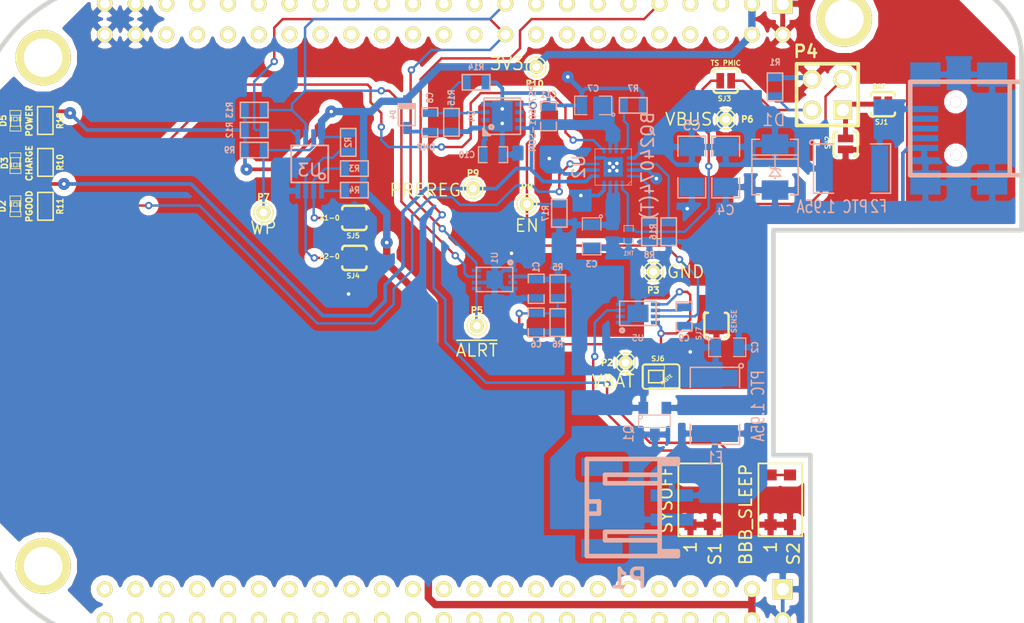
<source format=kicad_pcb>
(kicad_pcb (version 3) (host pcbnew "(2013-05-31 BZR 4019)-stable")
  (layers (15 F.Cu signal hide) (0 B.Cu signal) (18 B.Paste user) (19 F.Paste user) (20 B.SilkS user) (21 F.SilkS user) (22 B.Mask user) (23 F.Mask user) (28 Edge.Cuts user))
  (net 0 "")
  (net 1 +3.3V)
  (net 2 +BATT)
  (net 3 /A0)
  (net 4 /A1)
  (net 5 /A2)
  (net 6 /B+)
  (net 7 /B-)
  (net 8 /BAT)
  (net 9 /BBB_TS)
  (net 10 /EN)
  (net 11 /FB)
  (net 12 /ILIM)
  (net 13 /ISET)
  (net 14 /LOWBAT)
  (net 15 /OFFT)
  (net 16 /OUT)
  (net 17 /PWR_BUT)
  (net 18 /REGOUT)
  (net 19 /SCL)
  (net 20 /SDA)
  (net 21 /SENSE)
  (net 22 /TMR)
  (net 23 /TS)
  (net 24 /VBUS)
  (net 25 /VIN)
  (net 26 /WP)
  (net 27 /~ALRT)
  (net 28 /~CHG)
  (net 29 /~KILL)
  (net 30 /~PB)
  (net 31 /~PGOOD)
  (net 32 GND)
  (net 33 N-0000017)
  (net 34 N-000005)
  (net 35 N-000006)
  (module BEAGLEBONE_BLACK_BATTMOD (layer F.Cu) (at 226.314 136.906)
    (fp_text reference U6 hide)
    (fp_text value BEAGLEBONE_BLACK hide)
    (fp_line (start 25.781 27.305) (end -30.48 27.305) (layer Edge.Cuts) (width 0.381))
    (fp_line (start 22.733 11.811) (end 25.781 11.811) (layer Edge.Cuts) (width 0.381))
    (fp_line (start 25.781 27.305) (end 25.781 11.811) (layer Edge.Cuts) (width 0.381))
    (fp_line (start 43.18 -6.731) (end 43.18 -19.685) (layer Edge.Cuts) (width 0.381))
    (fp_line (start 43.18 -6.731) (end 22.733 -6.731) (layer Edge.Cuts) (width 0.381))
    (fp_line (start 22.733 -6.731) (end 22.733 11.811) (layer Edge.Cuts) (width 0.381))
    (fp_line (start 43.18 -20.955) (end 43.18 -19.685) (layer Edge.Cuts) (width 0.381))
    (fp_line (start -30.48 -27.305) (end 36.83 -27.305) (layer Edge.Cuts) (width 0.381))
    (fp_line (start -43.18 -14.605) (end -43.18 14.605) (layer Edge.Cuts) (width 0.381))
    (fp_arc (start -30.48 -14.605) (end -43.18 -14.605) (angle 90) (layer Edge.Cuts) (width 0.381))
    (fp_arc (start -30.48 14.605) (end -30.48 27.305) (angle 90) (layer Edge.Cuts) (width 0.381))
    (fp_arc (start 36.83 -20.955) (end 36.83 -27.305) (angle 90) (layer Edge.Cuts) (width 0.381))
    (pad "" thru_hole circle (at -37.465 -20.955) (size 4.572 4.572) (drill 3.175) (layers *.Cu *.Mask F.SilkS))
    (pad "" thru_hole circle (at 28.575 -24.13) (size 4.572 4.572) (drill 3.175) (layers *.Cu *.Mask F.SilkS))
    (pad "" thru_hole circle (at -37.465 20.955) (size 4.572 4.572) (drill 3.175) (layers *.Cu *.Mask F.SilkS))
    (pad B1 thru_hole rect (at 23.495 -25.4) (size 1.651 1.651) (drill 1.016) (layers *.Cu *.Mask F.SilkS) (net 32 GND))
    (pad B2 thru_hole circle (at 23.495 -22.86) (size 1.30048 1.30048) (drill 0.8001) (layers *.Cu *.Mask F.SilkS) (net 32 GND))
    (pad B3 thru_hole circle (at 20.955 -25.4) (size 1.30048 1.30048) (drill 0.8001) (layers *.Cu *.Mask F.SilkS) (net 1 +3.3V))
    (pad B4 thru_hole circle (at 20.955 -22.86) (size 1.30048 1.30048) (drill 0.8001) (layers *.Cu *.Mask F.SilkS) (net 1 +3.3V))
    (pad B5 thru_hole circle (at 18.415 -25.4) (size 1.30048 1.30048) (drill 0.8001) (layers *.Cu *.Mask F.SilkS))
    (pad B6 thru_hole circle (at 18.415 -22.86) (size 1.30048 1.30048) (drill 0.8001) (layers *.Cu *.Mask F.SilkS))
    (pad B7 thru_hole circle (at 15.875 -25.4) (size 1.30048 1.30048) (drill 0.8001) (layers *.Cu *.Mask F.SilkS))
    (pad B8 thru_hole circle (at 15.875 -22.86) (size 1.30048 1.30048) (drill 0.8001) (layers *.Cu *.Mask F.SilkS))
    (pad B9 thru_hole circle (at 13.335 -25.4) (size 1.30048 1.30048) (drill 0.8001) (layers *.Cu *.Mask F.SilkS) (net 17 /PWR_BUT))
    (pad B10 thru_hole circle (at 13.335 -22.86) (size 1.30048 1.30048) (drill 0.8001) (layers *.Cu *.Mask F.SilkS))
    (pad B11 thru_hole circle (at 10.795 -25.4) (size 1.30048 1.30048) (drill 0.8001) (layers *.Cu *.Mask F.SilkS))
    (pad B12 thru_hole circle (at 10.795 -22.86) (size 1.30048 1.30048) (drill 0.8001) (layers *.Cu *.Mask F.SilkS))
    (pad B13 thru_hole circle (at 8.255 -25.4) (size 1.30048 1.30048) (drill 0.8001) (layers *.Cu *.Mask F.SilkS))
    (pad B14 thru_hole circle (at 8.255 -22.86) (size 1.30048 1.30048) (drill 0.8001) (layers *.Cu *.Mask F.SilkS))
    (pad B15 thru_hole circle (at 5.715 -25.4) (size 1.30048 1.30048) (drill 0.8001) (layers *.Cu *.Mask F.SilkS))
    (pad B16 thru_hole circle (at 5.715 -22.86) (size 1.30048 1.30048) (drill 0.8001) (layers *.Cu *.Mask F.SilkS))
    (pad B17 thru_hole circle (at 3.175 -25.4) (size 1.30048 1.30048) (drill 0.8001) (layers *.Cu *.Mask F.SilkS))
    (pad B18 thru_hole circle (at 3.175 -22.86) (size 1.30048 1.30048) (drill 0.8001) (layers *.Cu *.Mask F.SilkS))
    (pad B19 thru_hole circle (at 0.635 -25.4) (size 1.30048 1.30048) (drill 0.8001) (layers *.Cu *.Mask F.SilkS) (net 19 /SCL))
    (pad B20 thru_hole circle (at 0.635 -22.86) (size 1.30048 1.30048) (drill 0.8001) (layers *.Cu *.Mask F.SilkS) (net 20 /SDA))
    (pad B21 thru_hole circle (at -1.905 -25.4) (size 1.30048 1.30048) (drill 0.8001) (layers *.Cu *.Mask F.SilkS))
    (pad B22 thru_hole circle (at -1.905 -22.86) (size 1.30048 1.30048) (drill 0.8001) (layers *.Cu *.Mask F.SilkS))
    (pad B23 thru_hole circle (at -4.445 -25.4) (size 1.30048 1.30048) (drill 0.8001) (layers *.Cu *.Mask F.SilkS))
    (pad B24 thru_hole circle (at -4.445 -22.86) (size 1.30048 1.30048) (drill 0.8001) (layers *.Cu *.Mask F.SilkS))
    (pad B25 thru_hole circle (at -6.985 -25.4) (size 1.30048 1.30048) (drill 0.8001) (layers *.Cu *.Mask F.SilkS))
    (pad B26 thru_hole circle (at -6.985 -22.86) (size 1.30048 1.30048) (drill 0.8001) (layers *.Cu *.Mask F.SilkS))
    (pad B27 thru_hole circle (at -9.525 -25.4) (size 1.30048 1.30048) (drill 0.8001) (layers *.Cu *.Mask F.SilkS))
    (pad B28 thru_hole circle (at -9.525 -22.86) (size 1.30048 1.30048) (drill 0.8001) (layers *.Cu *.Mask F.SilkS))
    (pad B29 thru_hole circle (at -12.065 -25.4) (size 1.30048 1.30048) (drill 0.8001) (layers *.Cu *.Mask F.SilkS))
    (pad B30 thru_hole circle (at -12.065 -22.86) (size 1.30048 1.30048) (drill 0.8001) (layers *.Cu *.Mask F.SilkS))
    (pad B31 thru_hole circle (at -14.605 -25.4) (size 1.30048 1.30048) (drill 0.8001) (layers *.Cu *.Mask F.SilkS))
    (pad B32 thru_hole circle (at -14.605 -22.86) (size 1.30048 1.30048) (drill 0.8001) (layers *.Cu *.Mask F.SilkS))
    (pad B33 thru_hole circle (at -17.145 -25.4) (size 1.30048 1.30048) (drill 0.8001) (layers *.Cu *.Mask F.SilkS))
    (pad B34 thru_hole circle (at -17.145 -22.86) (size 1.30048 1.30048) (drill 0.8001) (layers *.Cu *.Mask F.SilkS))
    (pad B35 thru_hole circle (at -19.685 -25.4) (size 1.30048 1.30048) (drill 0.8001) (layers *.Cu *.Mask F.SilkS))
    (pad B36 thru_hole circle (at -19.685 -22.86) (size 1.30048 1.30048) (drill 0.8001) (layers *.Cu *.Mask F.SilkS))
    (pad B37 thru_hole circle (at -22.225 -25.4) (size 1.30048 1.30048) (drill 0.8001) (layers *.Cu *.Mask F.SilkS))
    (pad B38 thru_hole circle (at -22.225 -22.86) (size 1.30048 1.30048) (drill 0.8001) (layers *.Cu *.Mask F.SilkS))
    (pad B39 thru_hole circle (at -24.765 -25.4) (size 1.30048 1.30048) (drill 0.8001) (layers *.Cu *.Mask F.SilkS))
    (pad B40 thru_hole circle (at -24.765 -22.86) (size 1.30048 1.30048) (drill 0.8001) (layers *.Cu *.Mask F.SilkS))
    (pad B41 thru_hole circle (at -27.305 -25.4) (size 1.30048 1.30048) (drill 0.8001) (layers *.Cu *.Mask F.SilkS))
    (pad B42 thru_hole circle (at -27.305 -22.86) (size 1.30048 1.30048) (drill 0.8001) (layers *.Cu *.Mask F.SilkS))
    (pad B43 thru_hole circle (at -29.845 -25.4) (size 1.30048 1.30048) (drill 0.8001) (layers *.Cu *.Mask F.SilkS) (net 32 GND))
    (pad B44 thru_hole circle (at -29.845 -22.86) (size 1.30048 1.30048) (drill 0.8001) (layers *.Cu *.Mask F.SilkS) (net 32 GND))
    (pad B45 thru_hole circle (at -32.385 -25.4) (size 1.30048 1.30048) (drill 0.8001) (layers *.Cu *.Mask F.SilkS) (net 32 GND))
    (pad B46 thru_hole circle (at -32.385 -22.86) (size 1.30048 1.30048) (drill 0.8001) (layers *.Cu *.Mask F.SilkS) (net 32 GND))
    (pad A1 thru_hole rect (at 23.495 22.86) (size 1.651 1.651) (drill 1.016) (layers *.Cu *.Mask F.SilkS) (net 32 GND))
    (pad A2 thru_hole circle (at 23.495 25.4) (size 1.30048 1.30048) (drill 0.8001) (layers *.Cu *.Mask F.SilkS) (net 32 GND))
    (pad A3 thru_hole circle (at 20.955 22.86) (size 1.30048 1.30048) (drill 0.8001) (layers *.Cu *.Mask F.SilkS) (net 1 +3.3V))
    (pad A4 thru_hole circle (at 20.955 25.4) (size 1.30048 1.30048) (drill 0.8001) (layers *.Cu *.Mask F.SilkS) (net 1 +3.3V))
    (pad A5 thru_hole circle (at 18.415 22.86) (size 1.30048 1.30048) (drill 0.8001) (layers *.Cu *.Mask F.SilkS))
    (pad A6 thru_hole circle (at 18.415 25.4) (size 1.30048 1.30048) (drill 0.8001) (layers *.Cu *.Mask F.SilkS))
    (pad A7 thru_hole circle (at 15.875 22.86) (size 1.30048 1.30048) (drill 0.8001) (layers *.Cu *.Mask F.SilkS))
    (pad A8 thru_hole circle (at 15.875 25.4) (size 1.30048 1.30048) (drill 0.8001) (layers *.Cu *.Mask F.SilkS))
    (pad A9 thru_hole circle (at 13.335 22.86) (size 1.30048 1.30048) (drill 0.8001) (layers *.Cu *.Mask F.SilkS))
    (pad A10 thru_hole circle (at 13.335 25.4) (size 1.30048 1.30048) (drill 0.8001) (layers *.Cu *.Mask F.SilkS))
    (pad A11 thru_hole circle (at 10.795 22.86) (size 1.30048 1.30048) (drill 0.8001) (layers *.Cu *.Mask F.SilkS))
    (pad A12 thru_hole circle (at 10.795 25.4) (size 1.30048 1.30048) (drill 0.8001) (layers *.Cu *.Mask F.SilkS))
    (pad A13 thru_hole circle (at 8.255 22.86) (size 1.30048 1.30048) (drill 0.8001) (layers *.Cu *.Mask F.SilkS))
    (pad A14 thru_hole circle (at 8.255 25.4) (size 1.30048 1.30048) (drill 0.8001) (layers *.Cu *.Mask F.SilkS))
    (pad A15 thru_hole circle (at 5.715 22.86) (size 1.30048 1.30048) (drill 0.8001) (layers *.Cu *.Mask F.SilkS))
    (pad A16 thru_hole circle (at 5.715 25.4) (size 1.30048 1.30048) (drill 0.8001) (layers *.Cu *.Mask F.SilkS))
    (pad A17 thru_hole circle (at 3.175 22.86) (size 1.30048 1.30048) (drill 0.8001) (layers *.Cu *.Mask F.SilkS))
    (pad A18 thru_hole circle (at 3.175 25.4) (size 1.30048 1.30048) (drill 0.8001) (layers *.Cu *.Mask F.SilkS))
    (pad A19 thru_hole circle (at 0.635 22.86) (size 1.30048 1.30048) (drill 0.8001) (layers *.Cu *.Mask F.SilkS))
    (pad A20 thru_hole circle (at 0.635 25.4) (size 1.30048 1.30048) (drill 0.8001) (layers *.Cu *.Mask F.SilkS))
    (pad A21 thru_hole circle (at -1.905 22.86) (size 1.30048 1.30048) (drill 0.8001) (layers *.Cu *.Mask F.SilkS))
    (pad A22 thru_hole circle (at -1.905 25.4) (size 1.30048 1.30048) (drill 0.8001) (layers *.Cu *.Mask F.SilkS))
    (pad A23 thru_hole circle (at -4.445 22.86) (size 1.30048 1.30048) (drill 0.8001) (layers *.Cu *.Mask F.SilkS))
    (pad A24 thru_hole circle (at -4.445 25.4) (size 1.30048 1.30048) (drill 0.8001) (layers *.Cu *.Mask F.SilkS))
    (pad A25 thru_hole circle (at -6.985 22.86) (size 1.30048 1.30048) (drill 0.8001) (layers *.Cu *.Mask F.SilkS))
    (pad A26 thru_hole circle (at -6.985 25.4) (size 1.30048 1.30048) (drill 0.8001) (layers *.Cu *.Mask F.SilkS))
    (pad A27 thru_hole circle (at -9.525 22.86) (size 1.30048 1.30048) (drill 0.8001) (layers *.Cu *.Mask F.SilkS))
    (pad A28 thru_hole circle (at -9.525 25.4) (size 1.30048 1.30048) (drill 0.8001) (layers *.Cu *.Mask F.SilkS))
    (pad A29 thru_hole circle (at -12.065 22.86) (size 1.30048 1.30048) (drill 0.8001) (layers *.Cu *.Mask F.SilkS))
    (pad A30 thru_hole circle (at -12.065 25.4) (size 1.30048 1.30048) (drill 0.8001) (layers *.Cu *.Mask F.SilkS))
    (pad A31 thru_hole circle (at -14.605 22.86) (size 1.30048 1.30048) (drill 0.8001) (layers *.Cu *.Mask F.SilkS))
    (pad A32 thru_hole circle (at -14.605 25.4) (size 1.30048 1.30048) (drill 0.8001) (layers *.Cu *.Mask F.SilkS))
    (pad A33 thru_hole circle (at -17.145 22.86) (size 1.30048 1.30048) (drill 0.8001) (layers *.Cu *.Mask F.SilkS))
    (pad A34 thru_hole circle (at -17.145 25.4) (size 1.30048 1.30048) (drill 0.8001) (layers *.Cu *.Mask F.SilkS))
    (pad A35 thru_hole circle (at -19.685 22.86) (size 1.30048 1.30048) (drill 0.8001) (layers *.Cu *.Mask F.SilkS))
    (pad A36 thru_hole circle (at -19.685 25.4) (size 1.30048 1.30048) (drill 0.8001) (layers *.Cu *.Mask F.SilkS))
    (pad A37 thru_hole circle (at -22.225 22.86) (size 1.30048 1.30048) (drill 0.8001) (layers *.Cu *.Mask F.SilkS))
    (pad A38 thru_hole circle (at -22.225 25.4) (size 1.30048 1.30048) (drill 0.8001) (layers *.Cu *.Mask F.SilkS))
    (pad A39 thru_hole circle (at -24.765 22.86) (size 1.30048 1.30048) (drill 0.8001) (layers *.Cu *.Mask F.SilkS))
    (pad A40 thru_hole circle (at -24.765 25.4) (size 1.30048 1.30048) (drill 0.8001) (layers *.Cu *.Mask F.SilkS))
    (pad A41 thru_hole circle (at -27.305 22.86) (size 1.30048 1.30048) (drill 0.8001) (layers *.Cu *.Mask F.SilkS))
    (pad A42 thru_hole circle (at -27.305 25.4) (size 1.30048 1.30048) (drill 0.8001) (layers *.Cu *.Mask F.SilkS))
    (pad A43 thru_hole circle (at -29.845 22.86) (size 1.30048 1.30048) (drill 0.8001) (layers *.Cu *.Mask F.SilkS))
    (pad A44 thru_hole circle (at -29.845 25.4) (size 1.30048 1.30048) (drill 0.8001) (layers *.Cu *.Mask F.SilkS))
    (pad A45 thru_hole circle (at -32.385 22.86) (size 1.30048 1.30048) (drill 0.8001) (layers *.Cu *.Mask F.SilkS))
    (pad A46 thru_hole circle (at -32.385 25.4) (size 1.30048 1.30048) (drill 0.8001) (layers *.Cu *.Mask F.SilkS))
  )
  (module tdfn8 (layer B.Cu) (at 226.06 134.239 270)
    (fp_text reference U1 (at -1.778 0 270) (layer B.SilkS) (effects (font (size 0.50038 0.50038) (thickness 0.09906)) (justify mirror)))
    (fp_text value MAX17048 hide)
    (pad 1 smd rect (at -0.7493 -1.4986 270) (size 0.29718 0.7493) (layers B.Cu B.Paste B.Mask) (net 32 GND) (clearance 0.0254))
    (pad 2 smd rect (at -0.24638 -1.4986 270) (size 0.29718 0.7493) (layers B.Cu B.Paste B.Mask) (net 2 +BATT) (clearance 0.0254))
    (pad 3 smd rect (at 0.24638 -1.4986 270) (size 0.29718 0.7493) (layers B.Cu B.Paste B.Mask) (net 2 +BATT) (clearance 0.0254))
    (pad 4 smd rect (at 0.7493 -1.4986 270) (size 0.29718 0.7493) (layers B.Cu B.Paste B.Mask) (net 32 GND) (clearance 0.0254))
    (pad 5 smd rect (at 0.7493 1.4986 270) (size 0.29718 0.7493) (layers B.Cu B.Paste B.Mask) (net 27 /~ALRT) (clearance 0.1524))
    (pad 6 smd rect (at 0.24638 1.4986 270) (size 0.29718 0.7493) (layers B.Cu B.Paste B.Mask) (net 32 GND) (clearance 0.1524))
    (pad 7 smd rect (at -0.24638 1.4986 270) (size 0.29718 0.7493) (layers B.Cu B.Paste B.Mask) (net 19 /SCL) (clearance 0.1524))
    (pad 8 smd rect (at -0.7493 1.4986 270) (size 0.29718 0.7493) (layers B.Cu B.Paste B.Mask) (net 20 /SDA) (clearance 0.1524))
    (pad 9 smd rect (at 0 0 270) (size 1.45796 1.3589) (layers B.Cu B.Paste B.Mask) (net 32 GND))
  )
  (module SparkFun-Passives-SJ_2S-NO (layer F.Cu) (at 214.503 132.461 180)
    (fp_text reference SJ4 (at 0.10668 -1.4732 180) (layer F.SilkS) (effects (font (size 0.4064 0.4064) (thickness 0.0889))))
    (fp_text value A2-0 (at 2.032 0.127 180) (layer F.SilkS) (effects (font (size 0.4064 0.4064) (thickness 0.0889))))
    (pad 1 smd rect (at -0.44958 0 180) (size 0.635 1.27) (layers F.Cu F.Paste F.Mask) (net 32 GND))
    (pad 2 smd rect (at 0.44958 0 180) (size 0.635 1.27) (layers F.Cu F.Paste F.Mask) (net 5 /A2))
  )
  (module SparkFun-Passives-SJ_2S-NO (layer F.Cu) (at 258.064 119.7864 180)
    (fp_text reference SJ1 (at 0.10668 -1.4732 180) (layer F.SilkS) (effects (font (size 0.4064 0.4064) (thickness 0.0889))))
    (fp_text value BAT (at 0.30988 1.4478 180) (layer F.SilkS) (effects (font (size 0.4064 0.4064) (thickness 0.0889))))
    (pad 1 smd rect (at -0.44958 0 180) (size 0.635 1.27) (layers F.Cu F.Paste F.Mask) (net 2 +BATT))
    (pad 2 smd rect (at 0.44958 0 180) (size 0.635 1.27) (layers F.Cu F.Paste F.Mask) (net 8 /BAT))
  )
  (module SparkFun-Passives-SJ_2S-NO (layer F.Cu) (at 254.9906 123.063 90)
    (fp_text reference SJ2 (at 0.10668 -1.4732 90) (layer F.SilkS) (effects (font (size 0.4064 0.4064) (thickness 0.0889))))
    (fp_text value BAT hide)
    (pad 1 smd rect (at -0.44958 0 90) (size 0.635 1.27) (layers F.Cu F.Paste F.Mask) (net 2 +BATT))
    (pad 2 smd rect (at 0.44958 0 90) (size 0.635 1.27) (layers F.Cu F.Paste F.Mask) (net 8 /BAT))
  )
  (module SparkFun-Passives-SJ_2S-NO (layer F.Cu) (at 245.11 117.856 180)
    (fp_text reference SJ3 (at 0.10668 -1.4732 180) (layer F.SilkS) (effects (font (size 0.4064 0.4064) (thickness 0.0889))))
    (fp_text value "TS PMIC" (at 0 1.4605 180) (layer F.SilkS) (effects (font (size 0.4064 0.4064) (thickness 0.0889))))
    (pad 1 smd rect (at -0.44958 0 180) (size 0.635 1.27) (layers F.Cu F.Paste F.Mask) (net 9 /BBB_TS))
    (pad 2 smd rect (at 0.44958 0 180) (size 0.635 1.27) (layers F.Cu F.Paste F.Mask) (net 23 /TS))
  )
  (module SOT23 (layer B.Cu) (at 239.268 145.923)
    (fp_text reference Q1 (at -2.159 1.016 270) (layer B.SilkS) (effects (font (size 0.762 0.762) (thickness 0.11938)) (justify mirror)))
    (fp_text value SI2312 hide)
    (pad 3 smd rect (at 0 1.09982) (size 0.8001 1.00076) (layers B.Cu B.Paste B.Mask) (net 7 /B-))
    (pad 2 smd rect (at 0.9525 -1.09982) (size 0.8001 1.00076) (layers B.Cu B.Paste B.Mask) (net 32 GND))
    (pad 1 smd rect (at -0.9525 -1.09982) (size 0.8001 1.00076) (layers B.Cu B.Paste B.Mask) (net 2 +BATT))
  )
  (module SM0603 (layer B.Cu) (at 206.248 123.571)
    (fp_text reference R9 (at -2.032 0) (layer B.SilkS) (effects (font (size 0.508 0.4572) (thickness 0.1143)) (justify mirror)))
    (fp_text value 10k hide)
    (pad 1 smd rect (at -0.762 0) (size 0.635 1.143) (layers B.Cu B.Paste B.Mask) (net 1 +3.3V))
    (pad 2 smd rect (at 0.762 0) (size 0.635 1.143) (layers B.Cu B.Paste B.Mask) (net 26 /WP))
  )
  (module SM0603 (layer F.Cu) (at 189.0395 124.587 90)
    (fp_text reference R10 (at 0 1.2065 90) (layer F.SilkS) (effects (font (size 0.508 0.4572) (thickness 0.1143))))
    (fp_text value 2.2k hide)
    (pad 1 smd rect (at -0.762 0 90) (size 0.635 1.143) (layers F.Cu F.Paste F.Mask) (net 16 /OUT))
    (pad 2 smd rect (at 0.762 0 90) (size 0.635 1.143) (layers F.Cu F.Paste F.Mask) (net 34 N-000005))
  )
  (module SM0603 (layer F.Cu) (at 189.0395 128.2065 270)
    (fp_text reference R11 (at 0 -1.2065 270) (layer F.SilkS) (effects (font (size 0.508 0.4572) (thickness 0.1143))))
    (fp_text value 2.2k hide)
    (pad 1 smd rect (at -0.762 0 270) (size 0.635 1.143) (layers F.Cu F.Paste F.Mask) (net 16 /OUT))
    (pad 2 smd rect (at 0.762 0 270) (size 0.635 1.143) (layers F.Cu F.Paste F.Mask) (net 35 N-000006))
  )
  (module SM0603 (layer B.Cu) (at 206.248 120.269)
    (fp_text reference R13 (at -2.032 0 270) (layer B.SilkS) (effects (font (size 0.508 0.4572) (thickness 0.1143)) (justify mirror)))
    (fp_text value 5.6k hide)
    (pad 1 smd rect (at -0.762 0) (size 0.635 1.143) (layers B.Cu B.Paste B.Mask) (net 1 +3.3V))
    (pad 2 smd rect (at 0.762 0) (size 0.635 1.143) (layers B.Cu B.Paste B.Mask) (net 19 /SCL))
  )
  (module SM0603 (layer B.Cu) (at 231.394 128.778 90)
    (fp_text reference R17 (at 0 -1.143 90) (layer B.SilkS) (effects (font (size 0.508 0.4572) (thickness 0.1143)) (justify mirror)))
    (fp_text value 806k hide)
    (pad 1 smd rect (at -0.762 0 90) (size 0.635 1.143) (layers B.Cu B.Paste B.Mask) (net 2 +BATT))
    (pad 2 smd rect (at 0.762 0 90) (size 0.635 1.143) (layers B.Cu B.Paste B.Mask) (net 10 /EN))
  )
  (module SM0603 (layer B.Cu) (at 206.248 121.92)
    (fp_text reference R12 (at -2.032 0 270) (layer B.SilkS) (effects (font (size 0.508 0.4572) (thickness 0.1143)) (justify mirror)))
    (fp_text value 5.6k hide)
    (pad 1 smd rect (at -0.762 0) (size 0.635 1.143) (layers B.Cu B.Paste B.Mask) (net 1 +3.3V))
    (pad 2 smd rect (at 0.762 0) (size 0.635 1.143) (layers B.Cu B.Paste B.Mask) (net 20 /SDA))
  )
  (module SM0603 (layer B.Cu) (at 231.267 137.795 270)
    (fp_text reference R6 (at 1.778 0 540) (layer B.SilkS) (effects (font (size 0.508 0.4572) (thickness 0.1143)) (justify mirror)))
    (fp_text value 191k hide)
    (pad 1 smd rect (at -0.762 0 270) (size 0.635 1.143) (layers B.Cu B.Paste B.Mask) (net 14 /LOWBAT))
    (pad 2 smd rect (at 0.762 0 270) (size 0.635 1.143) (layers B.Cu B.Paste B.Mask) (net 32 GND))
  )
  (module SM0603 (layer B.Cu) (at 231.267 135.001 270)
    (fp_text reference R5 (at -1.778 0 540) (layer B.SilkS) (effects (font (size 0.508 0.4572) (thickness 0.1143)) (justify mirror)))
    (fp_text value 806k hide)
    (pad 1 smd rect (at -0.762 0 270) (size 0.635 1.143) (layers B.Cu B.Paste B.Mask) (net 2 +BATT))
    (pad 2 smd rect (at 0.762 0 270) (size 0.635 1.143) (layers B.Cu B.Paste B.Mask) (net 14 /LOWBAT))
  )
  (module SM0603 (layer B.Cu) (at 214.503 126.873 180)
    (fp_text reference R4 (at 0 0 180) (layer B.SilkS) (effects (font (size 0.508 0.4572) (thickness 0.1143)) (justify mirror)))
    (fp_text value 4.7k hide)
    (pad 1 smd rect (at -0.762 0 180) (size 0.635 1.143) (layers B.Cu B.Paste B.Mask) (net 1 +3.3V))
    (pad 2 smd rect (at 0.762 0 180) (size 0.635 1.143) (layers B.Cu B.Paste B.Mask) (net 3 /A0))
  )
  (module SM0603 (layer B.Cu) (at 214.503 125.095 180)
    (fp_text reference R3 (at 0 0 180) (layer B.SilkS) (effects (font (size 0.508 0.4572) (thickness 0.1143)) (justify mirror)))
    (fp_text value 4.7k hide)
    (pad 1 smd rect (at -0.762 0 180) (size 0.635 1.143) (layers B.Cu B.Paste B.Mask) (net 1 +3.3V))
    (pad 2 smd rect (at 0.762 0 180) (size 0.635 1.143) (layers B.Cu B.Paste B.Mask) (net 4 /A1))
  )
  (module SM0603 (layer B.Cu) (at 249.174 118.364 90)
    (fp_text reference R1 (at 2.032 0 360) (layer B.SilkS) (effects (font (size 0.508 0.4572) (thickness 0.1143)) (justify mirror)))
    (fp_text value 75k hide)
    (pad 1 smd rect (at -0.762 0 90) (size 0.635 1.143) (layers B.Cu B.Paste B.Mask) (net 9 /BBB_TS))
    (pad 2 smd rect (at 0.762 0 90) (size 0.635 1.143) (layers B.Cu B.Paste B.Mask) (net 32 GND))
  )
  (module SM0603 (layer B.Cu) (at 224.536 117.983 180)
    (fp_text reference R14 (at 0 1.27 180) (layer B.SilkS) (effects (font (size 0.508 0.4572) (thickness 0.1143)) (justify mirror)))
    (fp_text value 30.1k hide)
    (pad 1 smd rect (at -0.762 0 180) (size 0.635 1.143) (layers B.Cu B.Paste B.Mask) (net 32 GND))
    (pad 2 smd rect (at 0.762 0 180) (size 0.635 1.143) (layers B.Cu B.Paste B.Mask) (net 11 /FB))
  )
  (module SM0603 (layer B.Cu) (at 222.504 121.285 90)
    (fp_text reference R15 (at 2.032 0 90) (layer B.SilkS) (effects (font (size 0.508 0.4572) (thickness 0.1143)) (justify mirror)))
    (fp_text value 52.3k hide)
    (pad 1 smd rect (at -0.762 0 90) (size 0.635 1.143) (layers B.Cu B.Paste B.Mask) (net 18 /REGOUT))
    (pad 2 smd rect (at 0.762 0 90) (size 0.635 1.143) (layers B.Cu B.Paste B.Mask) (net 11 /FB))
  )
  (module SM0603 (layer B.Cu) (at 213.995 122.936 270)
    (fp_text reference R2 (at 0 0 270) (layer B.SilkS) (effects (font (size 0.508 0.4572) (thickness 0.1143)) (justify mirror)))
    (fp_text value 4.7k hide)
    (pad 1 smd rect (at -0.762 0 270) (size 0.635 1.143) (layers B.Cu B.Paste B.Mask) (net 1 +3.3V))
    (pad 2 smd rect (at 0.762 0 270) (size 0.635 1.143) (layers B.Cu B.Paste B.Mask) (net 5 /A2))
  )
  (module s2b-ph-sm4-tb (layer B.Cu) (at 240.665 153.035 90)
    (fp_text reference P1 (at -5.842 -3.556 360) (layer B.SilkS) (effects (font (size 1.524 1.524) (thickness 0.3048)) (justify mirror)))
    (fp_text value JST hide)
    (pad 1 smd rect (at -1.00076 0 90) (size 0.99568 3.49758) (layers B.Cu B.Paste B.Mask) (net 7 /B-))
    (pad 2 smd rect (at 1.00076 0 90) (size 0.99822 3.49758) (layers B.Cu B.Paste B.Mask) (net 6 /B+))
    (pad "" smd rect (at -3.34518 -5.74802 90) (size 1.4986 3.39852) (layers B.Cu B.Paste B.Mask))
    (pad "" smd rect (at 3.34772 -5.74802 90) (size 1.4986 3.39598) (layers B.Cu B.Paste B.Mask))
  )
  (module PINTST (layer F.Cu) (at 207.01 128.7145)
    (fp_text reference P7 (at 0 -1.26746) (layer F.SilkS) (effects (font (size 0.508 0.508) (thickness 0.127))))
    (fp_text value WP (at 0 1.27) (layer F.SilkS) (effects (font (size 1.016 1.016) (thickness 0.127))))
    (pad 1 thru_hole circle (at 0 0) (size 1.143 1.143) (drill 0.635) (layers *.Cu *.Mask F.SilkS) (net 26 /WP))
  )
  (module PINTST (layer F.Cu) (at 245.11 121.031)
    (fp_text reference P6 (at 1.778 0) (layer F.SilkS) (effects (font (size 0.508 0.508) (thickness 0.127))))
    (fp_text value VBUS (at -3.048 0) (layer F.SilkS) (effects (font (size 1.016 1.016) (thickness 0.127))))
    (pad 1 thru_hole circle (at 0 0) (size 1.143 1.143) (drill 0.635) (layers *.Cu *.Mask F.SilkS) (net 24 /VBUS))
  )
  (module PINTST (layer F.Cu) (at 229.489 116.713)
    (fp_text reference P10 (at -0.127 1.397) (layer F.SilkS) (effects (font (size 0.508 0.508) (thickness 0.127))))
    (fp_text value 3V3 (at -2.413 -0.254) (layer F.SilkS) (effects (font (size 1.016 1.016) (thickness 0.127))))
    (pad 1 thru_hole circle (at 0 0) (size 1.143 1.143) (drill 0.635) (layers *.Cu *.Mask F.SilkS) (net 1 +3.3V))
  )
  (module PINTST (layer F.Cu) (at 228.727 128.016)
    (fp_text reference P8 (at 0 -1.397) (layer F.SilkS) (effects (font (size 0.508 0.508) (thickness 0.127))))
    (fp_text value EN (at 0 1.778) (layer F.SilkS) (effects (font (size 1.016 1.016) (thickness 0.127))))
    (pad 1 thru_hole circle (at 0 0) (size 1.143 1.143) (drill 0.635) (layers *.Cu *.Mask F.SilkS) (net 10 /EN))
  )
  (module PINTST (layer F.Cu) (at 224.282 126.746)
    (fp_text reference P9 (at 0 -1.26746) (layer F.SilkS) (effects (font (size 0.508 0.508) (thickness 0.127))))
    (fp_text value PREREG (at -3.937 0.127) (layer F.SilkS) (effects (font (size 1.016 1.016) (thickness 0.127))))
    (pad 1 thru_hole circle (at 0 0) (size 1.143 1.143) (drill 0.635) (layers *.Cu *.Mask F.SilkS) (net 16 /OUT))
  )
  (module PINTST (layer F.Cu) (at 224.5995 138.049)
    (fp_text reference P5 (at 0 -1.26746) (layer F.SilkS) (effects (font (size 0.508 0.508) (thickness 0.127))))
    (fp_text value ~ALRT (at 0 2.032) (layer F.SilkS) (effects (font (size 1.016 1.016) (thickness 0.127))))
    (pad 1 thru_hole circle (at 0 0) (size 1.143 1.143) (drill 0.635) (layers *.Cu *.Mask F.SilkS) (net 27 /~ALRT))
  )
  (module PINTST (layer F.Cu) (at 239.141 133.604)
    (fp_text reference P3 (at 0 1.524) (layer F.SilkS) (effects (font (size 0.508 0.508) (thickness 0.127))))
    (fp_text value GND (at 2.667 0) (layer F.SilkS) (effects (font (size 1.016 1.016) (thickness 0.127))))
    (pad 1 thru_hole circle (at 0 0) (size 1.143 1.143) (drill 0.635) (layers *.Cu *.Mask F.SilkS) (net 32 GND))
  )
  (module PINTST (layer F.Cu) (at 236.855 141.097)
    (fp_text reference P2 (at -1.524 0) (layer F.SilkS) (effects (font (size 0.508 0.508) (thickness 0.127))))
    (fp_text value VBAT (at -1.016 1.524) (layer F.SilkS) (effects (font (size 1.016 1.016) (thickness 0.127))))
    (pad 1 thru_hole circle (at 0 0) (size 1.143 1.143) (drill 0.635) (layers *.Cu *.Mask F.SilkS) (net 2 +BATT))
  )
  (module PIN_ARRAY_2X2 (layer F.Cu) (at 253.492 118.999 90)
    (fp_text reference P4 (at 3.556 -1.778 180) (layer F.SilkS) (effects (font (size 1.016 1.016) (thickness 0.2032))))
    (fp_text value BBB_PMIC hide)
    (pad 1 thru_hole rect (at -1.27 1.27 90) (size 1.524 1.524) (drill 1.016) (layers *.Cu *.Mask F.SilkS) (net 8 /BAT))
    (pad 2 thru_hole circle (at -1.27 -1.27 90) (size 1.524 1.524) (drill 1.016) (layers *.Cu *.Mask F.SilkS) (net 9 /BBB_TS))
    (pad 3 thru_hole circle (at 1.27 1.27 90) (size 1.524 1.524) (drill 1.016) (layers *.Cu *.Mask F.SilkS) (net 21 /SENSE))
    (pad 4 thru_hole circle (at 1.27 -1.27 90) (size 1.524 1.524) (drill 1.016) (layers *.Cu *.Mask F.SilkS) (net 32 GND))
  )
  (module KMR231GLFS (layer F.Cu) (at 249.809 152.4 270)
    (fp_text reference S2 (at 4.445 -0.889 270) (layer F.SilkS))
    (fp_text value BBB_SLEEP (at 1.2065 3.048 270) (layer F.SilkS))
    (fp_text user 1 (at 3.9 1 270) (layer F.SilkS))
    (pad 4 smd rect (at -2.05 -0.6 270) (size 0.9 1) (layers F.Cu F.Paste F.Mask) (net 17 /PWR_BUT))
    (pad 2 smd rect (at -2.05 1 270) (size 0.9 1) (layers F.Cu F.Paste F.Mask) (net 17 /PWR_BUT))
    (pad 3 smd rect (at 2.05 -0.6 270) (size 0.9 1) (layers F.Cu F.Paste F.Mask) (net 32 GND))
    (pad 1 smd rect (at 2.05 1 270) (size 0.9 1) (layers F.Cu F.Paste F.Mask) (net 32 GND))
  )
  (module KMR231GLFS (layer F.Cu) (at 243.205 152.4 270)
    (fp_text reference S1 (at 4.445 -1.016 270) (layer F.SilkS))
    (fp_text value SYSOFF (at 0 3 270) (layer F.SilkS))
    (fp_text user 1 (at 3.9 1 270) (layer F.SilkS))
    (pad 4 smd rect (at -2.05 -0.6 270) (size 0.9 1) (layers F.Cu F.Paste F.Mask) (net 30 /~PB))
    (pad 2 smd rect (at -2.05 1 270) (size 0.9 1) (layers F.Cu F.Paste F.Mask) (net 30 /~PB))
    (pad 3 smd rect (at 2.05 -0.6 270) (size 0.9 1) (layers F.Cu F.Paste F.Mask) (net 32 GND))
    (pad 1 smd rect (at 2.05 1 270) (size 0.9 1) (layers F.Cu F.Paste F.Mask) (net 32 GND))
  )
  (module SparkFun-Passives-SJ_2S-NO (layer F.Cu) (at 214.503 129.159 180)
    (fp_text reference SJ5 (at 0.10668 -1.4732 180) (layer F.SilkS) (effects (font (size 0.4064 0.4064) (thickness 0.0889))))
    (fp_text value A1-0 (at 2.032 0 180) (layer F.SilkS) (effects (font (size 0.4064 0.4064) (thickness 0.0889))))
    (pad 1 smd rect (at -0.44958 0 180) (size 0.635 1.27) (layers F.Cu F.Paste F.Mask) (net 32 GND))
    (pad 2 smd rect (at 0.44958 0 180) (size 0.635 1.27) (layers F.Cu F.Paste F.Mask) (net 4 /A1))
  )
  (module SparkFun-Passives-SJ_3_PASTE1&2 (layer F.Cu) (at 239.776 142.24)
    (fp_text reference SJ6 (at -0.254 -1.4732) (layer F.SilkS) (effects (font (size 0.4064 0.4064) (thickness 0.0889))))
    (fp_text value LOWBAT_DIS (at -0.0381 -0.00762) (layer F.SilkS) (effects (font (size 0.01778 0.01778) (thickness 0.0889))))
    (fp_text user PASTE (at 0.4572 0.2413 40) (layer F.SilkS) (effects (font (size 0.254 0.254) (thickness 0.0889))))
    (pad 1 smd rect (at -0.8128 0) (size 0.635 1.27) (layers F.Cu F.Paste F.Mask) (net 14 /LOWBAT))
    (pad 2 smd rect (at 0 0) (size 0.635 1.27) (layers F.Cu F.Paste F.Mask) (net 29 /~KILL))
    (pad 3 smd rect (at 0.8128 0) (size 0.635 1.27) (layers F.Cu F.Paste F.Mask) (net 2 +BATT))
  )
  (module SM0603_Capa (layer B.Cu) (at 241.681 137.287 270)
    (fp_text reference C9 (at 1.778 0 540) (layer B.SilkS) (effects (font (size 0.508 0.4572) (thickness 0.1143)) (justify mirror)))
    (fp_text value 0.47uF hide)
    (pad 1 smd rect (at -0.762 0 270) (size 0.635 1.143) (layers B.Cu B.Paste B.Mask) (net 15 /OFFT))
    (pad 2 smd rect (at 0.762 0 270) (size 0.635 1.143) (layers B.Cu B.Paste B.Mask) (net 32 GND))
  )
  (module SM0603_Capa (layer B.Cu) (at 229.489 135.001 270)
    (fp_text reference C1 (at -1.778 0 270) (layer B.SilkS) (effects (font (size 0.508 0.4572) (thickness 0.1143)) (justify mirror)))
    (fp_text value 0.1uF hide)
    (pad 1 smd rect (at -0.762 0 270) (size 0.635 1.143) (layers B.Cu B.Paste B.Mask) (net 2 +BATT))
    (pad 2 smd rect (at 0.762 0 270) (size 0.635 1.143) (layers B.Cu B.Paste B.Mask) (net 32 GND))
  )
  (module USB_MINI_B (layer B.Cu) (at 264.922 121.793 180)
    (fp_text reference CON1 hide)
    (fp_text value USB-MINI-B hide)
    (pad 1 smd rect (at 3.44932 1.6002 180) (size 2.30124 0.50038) (layers B.Cu B.Paste B.Mask) (net 25 /VIN))
    (pad 2 smd rect (at 3.44932 0.8001 180) (size 2.30124 0.50038) (layers B.Cu B.Paste B.Mask))
    (pad 3 smd rect (at 3.44932 0 180) (size 2.30124 0.50038) (layers B.Cu B.Paste B.Mask))
    (pad 4 smd rect (at 3.44932 -0.8001 180) (size 2.30124 0.50038) (layers B.Cu B.Paste B.Mask))
    (pad 5 smd rect (at 3.44932 -1.6002 180) (size 2.30124 0.50038) (layers B.Cu B.Paste B.Mask) (net 32 GND))
    (pad 6 smd rect (at 3.35026 4.45008 180) (size 2.49936 1.99898) (layers B.Cu B.Paste B.Mask) (net 32 GND))
    (pad 7 smd rect (at -2.14884 4.45008 180) (size 2.49936 1.99898) (layers B.Cu B.Paste B.Mask) (net 32 GND))
    (pad 8 smd rect (at 3.35026 -4.45008 180) (size 2.49936 1.99898) (layers B.Cu B.Paste B.Mask) (net 32 GND))
    (pad 9 smd rect (at -2.14884 -4.45008 180) (size 2.49936 1.99898) (layers B.Cu B.Paste B.Mask) (net 32 GND))
    (pad "" thru_hole circle (at 0.8509 2.19964 180) (size 0.89916 0.89916) (drill 0.89916) (layers *.Cu *.Mask B.SilkS))
    (pad "" thru_hole circle (at 0.8509 -2.19964 180) (size 0.89916 0.89916) (drill 0.89916) (layers *.Cu *.Mask B.SilkS))
  )
  (module SM0603_Capa (layer B.Cu) (at 220.726 121.285 90)
    (fp_text reference C8 (at 2.032 0 90) (layer B.SilkS) (effects (font (size 0.508 0.4572) (thickness 0.1143)) (justify mirror)))
    (fp_text value 0.01uF hide)
    (pad 1 smd rect (at -0.762 0 90) (size 0.635 1.143) (layers B.Cu B.Paste B.Mask) (net 18 /REGOUT))
    (pad 2 smd rect (at 0.762 0 90) (size 0.635 1.143) (layers B.Cu B.Paste B.Mask) (net 11 /FB))
  )
  (module LED-0603 (layer F.Cu) (at 186.563 128.2065 90)
    (fp_text reference D2 (at 0 -1.0795 90) (layer F.SilkS) (effects (font (size 0.508 0.508) (thickness 0.127))))
    (fp_text value PGOOD (at 0 1.143 90) (layer F.SilkS) (effects (font (size 0.508 0.508) (thickness 0.127))))
    (pad 1 smd rect (at -0.7493 0 90) (size 0.79756 0.79756) (layers F.Cu F.Paste F.Mask) (net 35 N-000006))
    (pad 2 smd rect (at 0.7493 0 90) (size 0.79756 0.79756) (layers F.Cu F.Paste F.Mask) (net 31 /~PGOOD))
  )
  (module SM1812 (layer B.Cu) (at 255.524 125.095)
    (fp_text reference F2 (at 2.1844 3.1242) (layer B.SilkS) (effects (font (size 1.016 0.762) (thickness 0.127)) (justify mirror)))
    (fp_text value "PTC 1.95A" (at -1.6256 3.1496) (layer B.SilkS) (effects (font (size 1.016 0.762) (thickness 0.127)) (justify mirror)))
    (pad 1 smd rect (at -2.286 0) (size 1.397 3.81) (layers B.Cu B.Paste B.Mask) (net 24 /VBUS))
    (pad 2 smd rect (at 2.286 0) (size 1.397 3.81) (layers B.Cu B.Paste B.Mask) (net 25 /VIN))
  )
  (module SM1812 (layer B.Cu) (at 244.221 144.653 270)
    (fp_text reference F1 (at 4.318 0 540) (layer B.SilkS) (effects (font (size 1.016 0.762) (thickness 0.127)) (justify mirror)))
    (fp_text value "PTC 1.95A" (at 0 -3.556 270) (layer B.SilkS) (effects (font (size 1.016 0.762) (thickness 0.127)) (justify mirror)))
    (pad 1 smd rect (at -2.286 0 270) (size 1.397 3.81) (layers B.Cu B.Paste B.Mask) (net 2 +BATT))
    (pad 2 smd rect (at 2.286 0 270) (size 1.397 3.81) (layers B.Cu B.Paste B.Mask) (net 6 /B+))
  )
  (module SM1206 (layer B.Cu) (at 245.11 124.968 270)
    (fp_text reference C4 (at 3.556 0 540) (layer B.SilkS) (effects (font (size 0.762 0.762) (thickness 0.127)) (justify mirror)))
    (fp_text value 10uF hide)
    (pad 1 smd rect (at -1.651 0 270) (size 1.524 2.032) (layers B.Cu B.Paste B.Mask) (net 24 /VBUS))
    (pad 2 smd rect (at 1.651 0 270) (size 1.524 2.032) (layers B.Cu B.Paste B.Mask) (net 32 GND))
  )
  (module SM0805 (layer B.Cu) (at 234.061 130.683 270)
    (fp_text reference C3 (at 2.286 0 540) (layer B.SilkS) (effects (font (size 0.50038 0.50038) (thickness 0.10922)) (justify mirror)))
    (fp_text value 10uF hide)
    (pad 1 smd rect (at -0.9525 0 270) (size 0.889 1.397) (layers B.Cu B.Paste B.Mask) (net 2 +BATT))
    (pad 2 smd rect (at 0.9525 0 270) (size 0.889 1.397) (layers B.Cu B.Paste B.Mask) (net 32 GND))
  )
  (module dfn8-2x3 (layer B.Cu) (at 237.871 137.033 90)
    (fp_text reference U5 (at -2.032 0 360) (layer B.SilkS) (effects (font (size 0.50038 0.50038) (thickness 0.09906)) (justify mirror)))
    (fp_text value LTC2951-1 hide)
    (pad 1 smd rect (at -0.7493 -1.4478 90) (size 0.29718 0.7493) (layers B.Cu B.Paste B.Mask) (net 32 GND))
    (pad 2 smd rect (at -0.24638 -1.4478 90) (size 0.29718 0.7493) (layers B.Cu B.Paste B.Mask))
    (pad 3 smd rect (at 0.24638 -1.4478 90) (size 0.29718 0.7493) (layers B.Cu B.Paste B.Mask) (net 30 /~PB))
    (pad 4 smd rect (at 0.7493 -1.4478 90) (size 0.29718 0.7493) (layers B.Cu B.Paste B.Mask) (net 2 +BATT))
    (pad 5 smd rect (at 0.7493 1.4478 90) (size 0.29718 0.7493) (layers B.Cu B.Paste B.Mask) (net 29 /~KILL))
    (pad 6 smd rect (at 0.24638 1.4478 90) (size 0.29718 0.7493) (layers B.Cu B.Paste B.Mask) (net 15 /OFFT))
    (pad 7 smd rect (at -0.24638 1.4478 90) (size 0.29718 0.7493) (layers B.Cu B.Paste B.Mask) (net 10 /EN))
    (pad 8 smd rect (at -0.7493 1.4478 90) (size 0.29718 0.7493) (layers B.Cu B.Paste B.Mask) (net 29 /~KILL))
    (pad 9 smd rect (at 0 0 90) (size 1.4478 1.74752) (layers B.Cu B.Paste B.Mask) (net 32 GND))
  )
  (module SM0603 (layer B.Cu) (at 238.8235 130.302 270)
    (fp_text reference R8 (at 1.905 0 360) (layer B.SilkS) (effects (font (size 0.508 0.4572) (thickness 0.1143)) (justify mirror)))
    (fp_text value 2.2k hide)
    (pad 1 smd rect (at -0.762 0 270) (size 0.635 1.143) (layers B.Cu B.Paste B.Mask) (net 13 /ISET))
    (pad 2 smd rect (at 0.762 0 270) (size 0.635 1.143) (layers B.Cu B.Paste B.Mask) (net 32 GND))
  )
  (module SM0603 (layer B.Cu) (at 237.49 119.888 180)
    (fp_text reference R7 (at 0 1.397 180) (layer B.SilkS) (effects (font (size 0.508 0.4572) (thickness 0.1143)) (justify mirror)))
    (fp_text value 1.18k hide)
    (pad 1 smd rect (at -0.762 0 180) (size 0.635 1.143) (layers B.Cu B.Paste B.Mask) (net 32 GND))
    (pad 2 smd rect (at 0.762 0 180) (size 0.635 1.143) (layers B.Cu B.Paste B.Mask) (net 12 /ILIM))
  )
  (module SM1206 (layer B.Cu) (at 242.316 124.968 270)
    (fp_text reference C5 (at -3.429 0 540) (layer B.SilkS) (effects (font (size 0.762 0.762) (thickness 0.127)) (justify mirror)))
    (fp_text value 10uF hide)
    (pad 1 smd rect (at -1.651 0 270) (size 1.524 2.032) (layers B.Cu B.Paste B.Mask) (net 24 /VBUS))
    (pad 2 smd rect (at 1.651 0 270) (size 1.524 2.032) (layers B.Cu B.Paste B.Mask) (net 32 GND))
  )
  (module SM0805 (layer B.Cu) (at 245.237 139.827)
    (fp_text reference C2 (at 2.286 0 270) (layer B.SilkS) (effects (font (size 0.50038 0.50038) (thickness 0.10922)) (justify mirror)))
    (fp_text value 10uF hide)
    (pad 1 smd rect (at -0.9525 0) (size 0.889 1.397) (layers B.Cu B.Paste B.Mask) (net 2 +BATT))
    (pad 2 smd rect (at 0.9525 0) (size 0.889 1.397) (layers B.Cu B.Paste B.Mask) (net 32 GND))
  )
  (module SM0805 (layer B.Cu) (at 234.188 119.888 180)
    (fp_text reference C7 (at 0 1.397 180) (layer B.SilkS) (effects (font (size 0.50038 0.50038) (thickness 0.10922)) (justify mirror)))
    (fp_text value 10uF hide)
    (pad 1 smd rect (at -0.9525 0 180) (size 0.889 1.397) (layers B.Cu B.Paste B.Mask) (net 16 /OUT))
    (pad 2 smd rect (at 0.9525 0 180) (size 0.889 1.397) (layers B.Cu B.Paste B.Mask) (net 32 GND))
  )
  (module SSOP8 (layer B.Cu) (at 210.82 124.714 180)
    (fp_text reference U3 (at 0 -0.508 180) (layer B.SilkS) (effects (font (size 1.016 1.016) (thickness 0.1524)) (justify mirror)))
    (fp_text value 24C256 hide)
    (pad 1 smd rect (at -0.9779 -2.2225 180) (size 0.4064 1.27) (layers B.Cu B.Paste B.Mask) (net 3 /A0))
    (pad 2 smd rect (at -0.3302 -2.2225 180) (size 0.4064 1.27) (layers B.Cu B.Paste B.Mask) (net 4 /A1))
    (pad 3 smd rect (at 0.3302 -2.2225 180) (size 0.4064 1.27) (layers B.Cu B.Paste B.Mask) (net 5 /A2))
    (pad 4 smd rect (at 0.9779 -2.2225 180) (size 0.4064 1.27) (layers B.Cu B.Paste B.Mask) (net 32 GND))
    (pad 5 smd rect (at 0.9779 2.2225 180) (size 0.4064 1.27) (layers B.Cu B.Paste B.Mask) (net 20 /SDA))
    (pad 6 smd rect (at 0.3302 2.2225 180) (size 0.4064 1.27) (layers B.Cu B.Paste B.Mask) (net 19 /SCL))
    (pad 7 smd rect (at -0.3302 2.2225 180) (size 0.4064 1.27) (layers B.Cu B.Paste B.Mask) (net 26 /WP))
    (pad 8 smd rect (at -0.9779 2.2225 180) (size 0.4064 1.27) (layers B.Cu B.Paste B.Mask) (net 1 +3.3V))
  )
  (module "DO-214AC(SMA)" (layer B.Cu) (at 249.174 124.968 90)
    (fp_text reference D1 (at 3.8862 -0.1016 360) (layer B.SilkS) (effects (font (size 1.00076 1.00076) (thickness 0.11938)) (justify mirror)))
    (fp_text value SMAJ7.0A hide)
    (pad 1 smd rect (at -1.89992 0 90) (size 1.6002 2.19964) (layers B.Cu B.Paste B.Mask) (net 32 GND))
    (pad 2 smd rect (at 1.89992 0 90) (size 1.6002 2.19964) (layers B.Cu B.Paste B.Mask) (net 24 /VBUS))
  )
  (module sod323 (layer B.Cu) (at 218.821 120.65 90)
    (fp_text reference D4 (at 0 -1.143 90) (layer B.SilkS) (effects (font (size 0.39878 0.39878) (thickness 0.09906)) (justify mirror)))
    (fp_text value PMEG2005AEA hide)
    (pad 2 smd rect (at 1.09982 0 90) (size 1.00076 0.59944) (layers B.Cu B.Paste B.Mask) (net 1 +3.3V))
    (pad 1 smd rect (at -1.09982 0 90) (size 1.00076 0.59944) (layers B.Cu B.Paste B.Mask) (net 18 /REGOUT))
  )
  (module SM0603_Capa (layer B.Cu) (at 229.489 137.795 270)
    (fp_text reference C6 (at 1.778 0 540) (layer B.SilkS) (effects (font (size 0.508 0.4572) (thickness 0.1143)) (justify mirror)))
    (fp_text value 0.01uF hide)
    (pad 1 smd rect (at -0.762 0 270) (size 0.635 1.143) (layers B.Cu B.Paste B.Mask) (net 14 /LOWBAT))
    (pad 2 smd rect (at 0.762 0 270) (size 0.635 1.143) (layers B.Cu B.Paste B.Mask) (net 32 GND))
  )
  (module SM0603_Capa (layer B.Cu) (at 225.933 123.952)
    (fp_text reference C10 (at -2.159 0) (layer B.SilkS) (effects (font (size 0.508 0.4572) (thickness 0.1143)) (justify mirror)))
    (fp_text value 2.2uF hide)
    (pad 1 smd rect (at -0.762 0) (size 0.635 1.143) (layers B.Cu B.Paste B.Mask) (net 18 /REGOUT))
    (pad 2 smd rect (at 0.762 0) (size 0.635 1.143) (layers B.Cu B.Paste B.Mask) (net 32 GND))
  )
  (module LED-0603 (layer F.Cu) (at 186.563 124.6505 270)
    (fp_text reference D3 (at 0 0.889 270) (layer F.SilkS) (effects (font (size 0.508 0.508) (thickness 0.127))))
    (fp_text value CHARGE (at 0 -1.143 270) (layer F.SilkS) (effects (font (size 0.508 0.508) (thickness 0.127))))
    (pad 1 smd rect (at -0.7493 0 270) (size 0.79756 0.79756) (layers F.Cu F.Paste F.Mask) (net 34 N-000005))
    (pad 2 smd rect (at 0.7493 0 270) (size 0.79756 0.79756) (layers F.Cu F.Paste F.Mask) (net 28 /~CHG))
  )
  (module SM0402 (layer B.Cu) (at 237.109 130.556 270)
    (fp_text reference TH1 (at 1.524 0 360) (layer B.SilkS) (effects (font (size 0.35052 0.3048) (thickness 0.07112)) (justify mirror)))
    (fp_text value "NTC 10K" hide)
    (pad 1 smd rect (at -0.44958 0 270) (size 0.39878 0.59944) (layers B.Cu B.Paste B.Mask) (net 23 /TS))
    (pad 2 smd rect (at 0.44958 0 270) (size 0.39878 0.59944) (layers B.Cu B.Paste B.Mask) (net 32 GND))
  )
  (module SM0603 (layer B.Cu) (at 240.411 130.302 270)
    (fp_text reference R16 (at 0 1.27 270) (layer B.SilkS) (effects (font (size 0.508 0.4572) (thickness 0.1143)) (justify mirror)))
    (fp_text value 52.3k hide)
    (pad 1 smd rect (at -0.762 0 270) (size 0.635 1.143) (layers B.Cu B.Paste B.Mask) (net 22 /TMR))
    (pad 2 smd rect (at 0.762 0 270) (size 0.635 1.143) (layers B.Cu B.Paste B.Mask) (net 32 GND))
  )
  (module SM0603_Capa (layer B.Cu) (at 230.505 120.777 90)
    (fp_text reference C11 (at 1.778 0 360) (layer B.SilkS) (effects (font (size 0.508 0.4572) (thickness 0.1143)) (justify mirror)))
    (fp_text value 0.1uF hide)
    (pad 1 smd rect (at -0.762 0 90) (size 0.635 1.143) (layers B.Cu B.Paste B.Mask) (net 16 /OUT))
    (pad 2 smd rect (at 0.762 0 90) (size 0.635 1.143) (layers B.Cu B.Paste B.Mask) (net 32 GND))
  )
  (module SparkFun-Passives-SJ_2S-NO (layer F.Cu) (at 244.348 137.9855 90)
    (fp_text reference SJ7 (at -0.6985 -1.4605 90) (layer B.SilkS) (effects (font (size 0.4064 0.4064) (thickness 0.0889))))
    (fp_text value SENSE (at 0.30988 1.4478 90) (layer B.SilkS) (effects (font (size 0.4064 0.4064) (thickness 0.0889))))
    (pad 1 smd rect (at -0.44958 0 90) (size 0.635 1.27) (layers F.Cu F.Paste F.Mask) (net 2 +BATT))
    (pad 2 smd rect (at 0.44958 0 90) (size 0.635 1.27) (layers F.Cu F.Paste F.Mask) (net 21 /SENSE))
  )
  (module SM0603 (layer F.Cu) (at 189.0268 121.1326 90)
    (fp_text reference R18 (at -0.0254 1.2192 90) (layer F.SilkS) (effects (font (size 0.508 0.4572) (thickness 0.1143))))
    (fp_text value 2.2k hide)
    (pad 1 smd rect (at -0.762 0 90) (size 0.635 1.143) (layers F.Cu F.Paste F.Mask) (net 33 N-0000017))
    (pad 2 smd rect (at 0.762 0 90) (size 0.635 1.143) (layers F.Cu F.Paste F.Mask) (net 1 +3.3V))
  )
  (module LED-0603 (layer F.Cu) (at 186.563 121.158 90)
    (fp_text reference D5 (at 0 -1.016 90) (layer F.SilkS) (effects (font (size 0.508 0.508) (thickness 0.127))))
    (fp_text value POWER (at 0 1.143 90) (layer F.SilkS) (effects (font (size 0.508 0.508) (thickness 0.127))))
    (pad 1 smd rect (at -0.7493 0 90) (size 0.79756 0.79756) (layers F.Cu F.Paste F.Mask) (net 33 N-0000017))
    (pad 2 smd rect (at 0.7493 0 90) (size 0.79756 0.79756) (layers F.Cu F.Paste F.Mask) (net 32 GND))
  )
  (module s-pvqfn-n16-vias (layer B.Cu) (at 235.839 124.968 90)
    (fp_text reference U2 (at 0.01 -2.84 90) (layer B.SilkS) (effects (justify mirror)))
    (fp_text value "BQ24074(T)" (at 0.09 2.84 90) (layer B.SilkS) (effects (justify mirror)))
    (pad 7 smd rect (at 0.25 -1.36 90) (size 0.24 0.48) (layers B.Cu B.Paste B.Mask) (net 31 /~PGOOD))
    (pad 8 smd rect (at 0.75 -1.36 90) (size 0.24 0.48) (layers B.Cu B.Paste B.Mask) (net 32 GND))
    (pad 6 smd rect (at -0.25 -1.36 90) (size 0.24 0.48) (layers B.Cu B.Paste B.Mask) (net 32 GND))
    (pad 5 smd rect (at -0.75 -1.36 90) (size 0.24 0.48) (layers B.Cu B.Paste B.Mask) (net 16 /OUT))
    (pad 16 smd rect (at -0.75 1.36 90) (size 0.24 0.48) (layers B.Cu B.Paste B.Mask) (net 13 /ISET))
    (pad 15 smd rect (at -0.25 1.36 90) (size 0.24 0.48) (layers B.Cu B.Paste B.Mask) (net 32 GND))
    (pad 14 smd rect (at 0.25 1.36 90) (size 0.24 0.48) (layers B.Cu B.Paste B.Mask) (net 22 /TMR))
    (pad 13 smd rect (at 0.75 1.36 90) (size 0.24 0.48) (layers B.Cu B.Paste B.Mask) (net 24 /VBUS))
    (pad 1 smd rect (at -1.36 0.75 90) (size 0.48 0.24) (layers B.Cu B.Paste B.Mask) (net 23 /TS))
    (pad 2 smd rect (at -1.36 0.25 90) (size 0.48 0.24) (layers B.Cu B.Paste B.Mask) (net 2 +BATT))
    (pad 3 smd rect (at -1.36 -0.25 90) (size 0.48 0.24) (layers B.Cu B.Paste B.Mask) (net 2 +BATT))
    (pad 4 smd rect (at -1.36 -0.75 90) (size 0.48 0.24) (layers B.Cu B.Paste B.Mask) (net 32 GND))
    (pad 9 smd rect (at 1.36 -0.75 90) (size 0.48 0.24) (layers B.Cu B.Paste B.Mask) (net 28 /~CHG))
    (pad 10 smd rect (at 1.36 -0.25 90) (size 0.48 0.24) (layers B.Cu B.Paste B.Mask) (net 16 /OUT))
    (pad 11 smd rect (at 1.36 0.25 90) (size 0.48 0.24) (layers B.Cu B.Paste B.Mask) (net 16 /OUT))
    (pad 12 smd rect (at 1.36 0.75 90) (size 0.48 0.24) (layers B.Cu B.Paste B.Mask) (net 12 /ILIM))
    (pad 17 smd rect (at -0.4 0.4 90) (size 0.8 0.8) (layers B.Cu B.Paste B.Mask) (net 32 GND))
    (pad 17 smd rect (at 0.4 0.4 90) (size 0.8 0.8) (layers B.Cu B.Paste B.Mask) (net 32 GND))
    (pad 17 smd rect (at 0.4 -0.4 90) (size 0.8 0.8) (layers B.Cu B.Paste B.Mask) (net 32 GND))
    (pad 17 smd rect (at -0.4 -0.4 90) (size 0.8 0.8) (layers B.Cu B.Paste B.Mask) (net 32 GND))
    (pad 17 thru_hole circle (at 0.3 0.3 90) (size 0.3 0.3) (drill 0.3) (layers *.Cu) (net 32 GND))
    (pad 17 thru_hole circle (at 0.3 -0.3 90) (size 0.3 0.3) (drill 0.3) (layers *.Cu) (net 32 GND))
    (pad 17 thru_hole circle (at -0.3 -0.3 90) (size 0.3 0.3) (drill 0.3) (layers *.Cu) (net 32 GND))
    (pad 17 thru_hole circle (at -0.3 0.3 90) (size 0.3 0.3) (drill 0.3) (layers *.Cu) (net 32 GND))
    (pad 17 thru_hole circle (at 0 0 90) (size 0.3 0.3) (drill 0.3) (layers *.Cu) (net 32 GND))
  )
  (module hvson8-vias (layer B.Cu) (at 226.695 120.777 90)
    (fp_text reference U4 (at 0 -2.5 90) (layer B.SilkS) (effects (font (size 0.50038 0.50038) (thickness 0.09906)) (justify mirror)))
    (fp_text value TPS73601-SON (at 0 2.5 90) (layer B.SilkS) (effects (font (size 0.50038 0.50038) (thickness 0.09906)) (justify mirror)))
    (pad 1 smd rect (at -0.975 -1.41 90) (size 0.35 0.7) (layers B.Cu B.Paste B.Mask) (net 18 /REGOUT) (clearance 0.2))
    (pad 2 smd rect (at -0.325 -1.41 90) (size 0.35 0.7) (layers B.Cu B.Paste B.Mask) (clearance 0.2))
    (pad 3 smd rect (at 0.325 -1.41 90) (size 0.35 0.7) (layers B.Cu B.Paste B.Mask) (net 11 /FB) (clearance 0.2))
    (pad 4 smd rect (at 0.975 -1.41 90) (size 0.35 0.7) (layers B.Cu B.Paste B.Mask) (net 32 GND) (clearance 0.2))
    (pad 5 smd rect (at 0.975 1.41 90) (size 0.35 0.7) (layers B.Cu B.Paste B.Mask) (net 10 /EN) (clearance 0.2))
    (pad 6 smd rect (at 0.325 1.41 90) (size 0.35 0.7) (layers B.Cu B.Paste B.Mask) (clearance 0.2))
    (pad 7 smd rect (at -0.325 1.41 90) (size 0.35 0.7) (layers B.Cu B.Paste B.Mask) (clearance 0.2))
    (pad 8 smd rect (at -0.975 1.41 90) (size 0.35 0.7) (layers B.Cu B.Paste B.Mask) (net 16 /OUT) (clearance 0.2))
    (pad 9 smd rect (at 0 0 90) (size 2.5 1.7) (layers B.Cu B.Paste B.Mask) (net 32 GND) (clearance 0.2))
    (pad 9 thru_hole circle (at -0.6 0 90) (size 0.3 0.3) (drill 0.3) (layers *.Cu) (net 32 GND))
    (pad 9 thru_hole circle (at 0.6 0 90) (size 0.3 0.3) (drill 0.3) (layers *.Cu) (net 32 GND))
  )
  (gr_text DNP (at 220.3958 123.3424) (layer B.SilkS) (effects (font (size 0.5 0.5) (thickness 0.125)) (justify mirror)))
  (segment (start 226.695 120.777) (end 226.6696 120.8024) (width 0.3048) (layer F.Cu) (net 0))
  (segment (start 189.0268 120.3706) (end 190.9191 120.3706) (width 0.3048) (layer F.Cu) (net 1))
  (segment (start 192.4685 121.92) (end 205.486 121.92) (width 0.3048) (layer B.Cu) (net 1))
  (segment (start 191.0715 120.523) (end 192.4685 121.92) (width 0.3048) (layer B.Cu) (net 1))
  (via (at 191.0715 120.523) (size 0.9906) (layers F.Cu B.Cu) (net 1))
  (segment (start 190.9191 120.3706) (end 191.0715 120.523) (width 0.3048) (layer F.Cu) (net 1))
  (segment (start 215.265 125.095) (end 215.265 120.396) (width 0.6096) (layer B.Cu) (net 1))
  (segment (start 215.265 120.396) (end 215.138 120.396) (width 0.6096) (layer B.Cu) (net 1))
  (segment (start 220.599 136.271) (end 217.17 132.842) (width 0.6096) (layer F.Cu) (net 1))
  (segment (start 217.17 128.778) (end 217.17 131.191) (width 0.6096) (layer B.Cu) (net 1))
  (segment (start 220.599 160.4645) (end 221.1705 161.036) (width 0.6096) (layer F.Cu) (net 1))
  (segment (start 247.269 161.036) (end 221.1705 161.036) (width 0.6096) (layer F.Cu) (net 1))
  (segment (start 217.17 128.778) (end 215.265 126.873) (width 0.6096) (layer B.Cu) (net 1))
  (via (at 217.17 131.191) (size 0.9906) (layers F.Cu B.Cu) (net 1))
  (segment (start 220.599 136.271) (end 220.599 160.4645) (width 0.6096) (layer F.Cu) (net 1))
  (segment (start 217.17 132.842) (end 217.17 131.191) (width 0.6096) (layer F.Cu) (net 1))
  (segment (start 205.486 123.571) (end 205.486 125.0315) (width 0.3048) (layer B.Cu) (net 1))
  (segment (start 211.3915 121.6025) (end 212.598 120.396) (width 0.3048) (layer F.Cu) (net 1))
  (segment (start 211.3915 122.301) (end 211.3915 121.6025) (width 0.3048) (layer F.Cu) (net 1))
  (segment (start 208.534 125.1585) (end 211.3915 122.301) (width 0.3048) (layer F.Cu) (net 1))
  (segment (start 205.613 125.1585) (end 208.534 125.1585) (width 0.3048) (layer F.Cu) (net 1))
  (via (at 205.613 125.1585) (size 0.9906) (layers F.Cu B.Cu) (net 1))
  (segment (start 205.486 125.0315) (end 205.613 125.1585) (width 0.3048) (layer B.Cu) (net 1))
  (segment (start 211.7979 122.4915) (end 213.6775 122.4915) (width 0.2032) (layer B.Cu) (net 1))
  (segment (start 213.6775 122.4915) (end 213.995 122.174) (width 0.2032) (layer B.Cu) (net 1))
  (segment (start 212.598 120.396) (end 215.138 120.396) (width 0.6096) (layer B.Cu) (net 1))
  (segment (start 215.138 120.396) (end 215.9 120.396) (width 0.6096) (layer B.Cu) (net 1))
  (segment (start 215.9 120.396) (end 216.74582 119.55018) (width 0.6096) (layer B.Cu) (net 1))
  (segment (start 216.74582 119.55018) (end 218.821 119.55018) (width 0.6096) (layer B.Cu) (net 1))
  (segment (start 205.486 121.92) (end 205.486 120.269) (width 0.3048) (layer B.Cu) (net 1))
  (segment (start 205.486 123.571) (end 205.486 121.92) (width 0.3048) (layer B.Cu) (net 1))
  (segment (start 229.489 116.713) (end 229.489 116.6495) (width 0.3048) (layer B.Cu) (net 1))
  (segment (start 245.618 115.697) (end 247.269 114.046) (width 0.6096) (layer B.Cu) (net 1))
  (segment (start 230.4415 115.697) (end 245.618 115.697) (width 0.6096) (layer B.Cu) (net 1))
  (segment (start 229.489 116.6495) (end 230.4415 115.697) (width 0.6096) (layer B.Cu) (net 1))
  (segment (start 211.7979 122.4915) (end 211.7979 121.1961) (width 0.6096) (layer B.Cu) (net 1))
  (segment (start 211.7979 121.1961) (end 212.598 120.396) (width 0.6096) (layer B.Cu) (net 1))
  (via (at 212.598 120.396) (size 0.9906) (layers F.Cu B.Cu) (net 1))
  (segment (start 247.269 159.766) (end 247.269 161.036) (width 0.6096) (layer F.Cu) (net 1))
  (segment (start 247.269 161.036) (end 247.269 162.306) (width 0.6096) (layer F.Cu) (net 1))
  (segment (start 218.821 119.55018) (end 218.821 119.38) (width 0.3048) (layer B.Cu) (net 1))
  (segment (start 221.488 116.713) (end 229.489 116.713) (width 0.6096) (layer B.Cu) (net 1))
  (segment (start 218.821 119.38) (end 221.488 116.713) (width 0.6096) (layer B.Cu) (net 1))
  (segment (start 247.269 111.506) (end 247.269 114.046) (width 0.6096) (layer B.Cu) (net 1))
  (segment (start 215.265 126.873) (end 215.265 125.095) (width 0.6096) (layer B.Cu) (net 1))
  (segment (start 236.089 126.328) (end 236.089 127.068) (width 0.3048) (layer B.Cu) (net 2))
  (segment (start 235.9025 129.7305) (end 236.239 129.394) (width 0.3048) (layer B.Cu) (net 2))
  (segment (start 236.239 129.394) (end 236.239 127.218) (width 0.3048) (layer B.Cu) (net 2))
  (segment (start 235.9025 129.7305) (end 235.439 129.7305) (width 0.3048) (layer B.Cu) (net 2))
  (segment (start 236.089 127.068) (end 236.239 127.218) (width 0.3048) (layer B.Cu) (net 2))
  (segment (start 235.589 126.328) (end 235.589 127.068) (width 0.3048) (layer B.Cu) (net 2))
  (segment (start 235.439 127.218) (end 235.439 129.7305) (width 0.3048) (layer B.Cu) (net 2))
  (segment (start 235.589 127.068) (end 235.439 127.218) (width 0.3048) (layer B.Cu) (net 2))
  (segment (start 244.348 138.43508) (end 245.96852 138.43508) (width 0.4064) (layer F.Cu) (net 2))
  (segment (start 254.9906 127.4064) (end 254.9906 123.51258) (width 0.4064) (layer F.Cu) (net 2))
  (segment (start 253.7206 128.6764) (end 254.9906 127.4064) (width 0.4064) (layer F.Cu) (net 2))
  (segment (start 248.3358 128.6764) (end 253.7206 128.6764) (width 0.4064) (layer F.Cu) (net 2))
  (segment (start 247.3198 129.6924) (end 248.3358 128.6764) (width 0.4064) (layer F.Cu) (net 2))
  (segment (start 247.3198 137.0838) (end 247.3198 129.6924) (width 0.4064) (layer F.Cu) (net 2))
  (segment (start 245.96852 138.43508) (end 247.3198 137.0838) (width 0.4064) (layer F.Cu) (net 2))
  (segment (start 254.9906 123.51258) (end 257.08102 123.51258) (width 0.4064) (layer F.Cu) (net 2))
  (segment (start 257.08102 123.51258) (end 258.51358 122.08002) (width 0.4064) (layer F.Cu) (net 2))
  (segment (start 258.51358 122.08002) (end 258.51358 119.7864) (width 0.4064) (layer F.Cu) (net 2))
  (segment (start 244.348 138.43508) (end 244.348 139.954) (width 0.3048) (layer F.Cu) (net 2))
  (segment (start 244.348 139.954) (end 244.094 140.208) (width 0.3048) (layer F.Cu) (net 2))
  (segment (start 244.094 140.208) (end 242.189 140.208) (width 0.3048) (layer F.Cu) (net 2))
  (segment (start 242.189 140.208) (end 242.189 140.1445) (width 0.3048) (layer F.Cu) (net 2))
  (segment (start 236.4232 136.2837) (end 236.4232 135.0264) (width 0.3048) (layer B.Cu) (net 2))
  (segment (start 235.6358 134.239) (end 231.267 134.239) (width 0.3048) (layer B.Cu) (net 2))
  (segment (start 236.4232 135.0264) (end 235.6358 134.239) (width 0.3048) (layer B.Cu) (net 2))
  (segment (start 240.5888 142.24) (end 240.5888 141.3002) (width 0.3048) (layer F.Cu) (net 2))
  (segment (start 240.5888 141.3002) (end 241.681 140.208) (width 0.3048) (layer F.Cu) (net 2))
  (segment (start 241.681 140.208) (end 242.189 140.208) (width 0.3048) (layer F.Cu) (net 2))
  (segment (start 243.459 139.827) (end 244.2845 139.827) (width 0.3048) (layer B.Cu) (net 2))
  (via (at 242.189 140.208) (size 0.9906) (layers F.Cu B.Cu) (net 2))
  (segment (start 242.189 140.208) (end 243.078 140.208) (width 0.3048) (layer B.Cu) (net 2))
  (segment (start 243.078 140.208) (end 243.459 139.827) (width 0.3048) (layer B.Cu) (net 2))
  (segment (start 234.061 129.7305) (end 235.439 129.7305) (width 0.3048) (layer B.Cu) (net 2))
  (segment (start 227.5586 134.48538) (end 227.5586 133.99262) (width 0.3048) (layer B.Cu) (net 2))
  (segment (start 227.5586 133.99262) (end 228.33838 133.99262) (width 0.3048) (layer B.Cu) (net 2))
  (segment (start 228.33838 133.99262) (end 229.24262 133.99262) (width 0.3048) (layer B.Cu) (net 2))
  (segment (start 229.24262 133.99262) (end 229.489 134.239) (width 0.3048) (layer B.Cu) (net 2))
  (segment (start 229.24262 133.99262) (end 229.489 134.239) (width 0.3048) (layer B.Cu) (net 2))
  (segment (start 244.2845 139.827) (end 244.2845 142.3035) (width 0.4064) (layer B.Cu) (net 2))
  (segment (start 244.2845 142.3035) (end 244.221 142.367) (width 0.4064) (layer B.Cu) (net 2))
  (segment (start 238.3155 144.82318) (end 238.3155 143.1925) (width 0.4064) (layer B.Cu) (net 2))
  (segment (start 238.3155 143.1925) (end 239.141 142.367) (width 0.4064) (layer B.Cu) (net 2))
  (segment (start 239.141 142.367) (end 244.221 142.367) (width 0.4064) (layer B.Cu) (net 2))
  (segment (start 211.7979 126.9365) (end 213.6775 126.9365) (width 0.2032) (layer B.Cu) (net 3))
  (segment (start 213.6775 126.9365) (end 213.741 126.873) (width 0.2032) (layer B.Cu) (net 3))
  (segment (start 211.1502 126.9365) (end 211.1502 129.1082) (width 0.2032) (layer B.Cu) (net 4))
  (segment (start 211.201 129.159) (end 214.05342 129.159) (width 0.2032) (layer F.Cu) (net 4))
  (via (at 211.201 129.159) (size 0.6096) (layers F.Cu B.Cu) (net 4))
  (segment (start 211.1502 129.1082) (end 211.201 129.159) (width 0.2032) (layer B.Cu) (net 4))
  (segment (start 211.1502 126.9365) (end 211.1502 126.0348) (width 0.2032) (layer B.Cu) (net 4))
  (segment (start 212.09 125.095) (end 213.741 125.095) (width 0.2032) (layer B.Cu) (net 4))
  (segment (start 211.1502 126.0348) (end 212.09 125.095) (width 0.2032) (layer B.Cu) (net 4))
  (segment (start 210.4898 126.9365) (end 210.4898 131.8768) (width 0.2032) (layer B.Cu) (net 5))
  (segment (start 211.201 132.461) (end 214.05342 132.461) (width 0.2032) (layer F.Cu) (net 5))
  (via (at 211.201 132.461) (size 0.6096) (layers F.Cu B.Cu) (net 5))
  (segment (start 211.074 132.461) (end 211.201 132.461) (width 0.2032) (layer B.Cu) (net 5))
  (segment (start 210.4898 131.8768) (end 211.074 132.461) (width 0.2032) (layer B.Cu) (net 5))
  (segment (start 210.4898 126.9365) (end 210.4898 125.6792) (width 0.2032) (layer B.Cu) (net 5))
  (segment (start 213.233 123.698) (end 213.995 123.698) (width 0.2032) (layer B.Cu) (net 5))
  (segment (start 212.725 124.206) (end 213.233 123.698) (width 0.2032) (layer B.Cu) (net 5))
  (segment (start 211.963 124.206) (end 212.725 124.206) (width 0.2032) (layer B.Cu) (net 5))
  (segment (start 210.4898 125.6792) (end 211.963 124.206) (width 0.2032) (layer B.Cu) (net 5))
  (segment (start 240.665 152.03424) (end 242.80876 152.03424) (width 0.4064) (layer B.Cu) (net 6))
  (segment (start 244.221 150.622) (end 244.221 146.939) (width 0.4064) (layer B.Cu) (net 6))
  (segment (start 242.80876 152.03424) (end 244.221 150.622) (width 0.4064) (layer B.Cu) (net 6))
  (segment (start 240.665 154.03576) (end 238.36376 154.03576) (width 0.4064) (layer B.Cu) (net 7))
  (segment (start 238.36376 154.03576) (end 237.871 153.543) (width 0.4064) (layer B.Cu) (net 7))
  (segment (start 237.871 153.543) (end 237.871 149.733) (width 0.4064) (layer B.Cu) (net 7))
  (segment (start 237.871 149.733) (end 239.268 148.336) (width 0.4064) (layer B.Cu) (net 7))
  (segment (start 239.268 148.336) (end 239.268 147.02282) (width 0.4064) (layer B.Cu) (net 7))
  (segment (start 257.61442 119.7864) (end 255.2446 119.7864) (width 0.4064) (layer F.Cu) (net 8))
  (segment (start 255.2446 119.7864) (end 254.762 120.269) (width 0.4064) (layer F.Cu) (net 8))
  (segment (start 254.9906 122.61342) (end 254.9906 120.4976) (width 0.4064) (layer F.Cu) (net 8))
  (segment (start 254.9906 120.4976) (end 254.762 120.269) (width 0.4064) (layer F.Cu) (net 8))
  (segment (start 245.55958 117.856) (end 246.5324 117.856) (width 0.2032) (layer F.Cu) (net 9))
  (segment (start 248.9454 120.269) (end 252.222 120.269) (width 0.2032) (layer F.Cu) (net 9))
  (segment (start 246.5324 117.856) (end 248.9454 120.269) (width 0.2032) (layer F.Cu) (net 9))
  (segment (start 252.222 120.269) (end 250.317 120.269) (width 0.2032) (layer B.Cu) (net 9))
  (segment (start 250.317 120.269) (end 249.174 119.126) (width 0.2032) (layer B.Cu) (net 9))
  (segment (start 229.9335 131.445) (end 240.157 131.445) (width 0.2032) (layer F.Cu) (net 10))
  (segment (start 228.727 130.2385) (end 229.9335 131.445) (width 0.2032) (layer F.Cu) (net 10))
  (segment (start 241.3 132.588) (end 240.157 131.445) (width 0.2032) (layer F.Cu) (net 10))
  (via (at 241.3 132.588) (size 0.6096) (layers F.Cu B.Cu) (net 10))
  (segment (start 242.824 134.112) (end 241.3 132.588) (width 0.2032) (layer B.Cu) (net 10))
  (segment (start 242.824 137.033) (end 242.824 134.112) (width 0.2032) (layer B.Cu) (net 10))
  (segment (start 242.57762 137.27938) (end 242.824 137.033) (width 0.2032) (layer B.Cu) (net 10))
  (segment (start 239.3188 137.27938) (end 242.57762 137.27938) (width 0.2032) (layer B.Cu) (net 10))
  (segment (start 228.727 130.2385) (end 228.727 128.016) (width 0.2032) (layer F.Cu) (net 10))
  (segment (start 228.727 128.016) (end 228.727 123.063) (width 0.2032) (layer F.Cu) (net 10))
  (segment (start 229.149 119.802) (end 228.105 119.802) (width 0.2032) (layer B.Cu) (net 10))
  (segment (start 229.235 119.888) (end 229.149 119.802) (width 0.2032) (layer B.Cu) (net 10))
  (via (at 229.235 119.888) (size 0.6096) (layers F.Cu B.Cu) (net 10))
  (segment (start 229.235 122.555) (end 229.235 119.888) (width 0.2032) (layer F.Cu) (net 10))
  (segment (start 228.727 123.063) (end 229.235 122.555) (width 0.2032) (layer F.Cu) (net 10))
  (segment (start 231.394 128.016) (end 228.727 128.016) (width 0.2032) (layer B.Cu) (net 10))
  (segment (start 222.504 120.523) (end 222.504 118.618) (width 0.2032) (layer B.Cu) (net 11))
  (segment (start 223.139 117.983) (end 223.774 117.983) (width 0.2032) (layer B.Cu) (net 11))
  (segment (start 222.504 118.618) (end 223.139 117.983) (width 0.2032) (layer B.Cu) (net 11))
  (segment (start 222.504 120.523) (end 220.726 120.523) (width 0.2032) (layer B.Cu) (net 11))
  (segment (start 225.285 120.452) (end 223.845 120.452) (width 0.2032) (layer B.Cu) (net 11))
  (segment (start 223.774 120.523) (end 222.504 120.523) (width 0.2032) (layer B.Cu) (net 11))
  (segment (start 223.845 120.452) (end 223.774 120.523) (width 0.2032) (layer B.Cu) (net 11))
  (segment (start 236.589 123.608) (end 236.691 123.608) (width 0.2032) (layer B.Cu) (net 12))
  (segment (start 237.039 121.469) (end 236.728 121.158) (width 0.2032) (layer B.Cu) (net 12))
  (segment (start 236.728 121.158) (end 236.728 119.888) (width 0.2032) (layer B.Cu) (net 12))
  (segment (start 237.039 123.26) (end 237.039 121.469) (width 0.2032) (layer B.Cu) (net 12))
  (segment (start 236.691 123.608) (end 237.039 123.26) (width 0.2032) (layer B.Cu) (net 12))
  (segment (start 237.199 125.718) (end 237.986 125.718) (width 0.2032) (layer B.Cu) (net 13))
  (segment (start 238.8235 126.5555) (end 238.8235 129.54) (width 0.2032) (layer B.Cu) (net 13))
  (segment (start 237.986 125.718) (end 238.8235 126.5555) (width 0.2032) (layer B.Cu) (net 13))
  (segment (start 238.9632 142.24) (end 238.9632 140.5382) (width 0.2032) (layer F.Cu) (net 14))
  (segment (start 228.092 137.033) (end 229.489 137.033) (width 0.2032) (layer B.Cu) (net 14))
  (via (at 228.092 137.033) (size 0.6096) (layers F.Cu B.Cu) (net 14))
  (segment (start 228.092 139.192) (end 228.092 137.033) (width 0.2032) (layer F.Cu) (net 14))
  (segment (start 228.473 139.573) (end 228.092 139.192) (width 0.2032) (layer F.Cu) (net 14))
  (segment (start 237.998 139.573) (end 228.473 139.573) (width 0.2032) (layer F.Cu) (net 14))
  (segment (start 238.9632 140.5382) (end 237.998 139.573) (width 0.2032) (layer F.Cu) (net 14))
  (segment (start 231.267 137.033) (end 229.489 137.033) (width 0.2032) (layer B.Cu) (net 14))
  (segment (start 231.267 135.763) (end 231.267 137.033) (width 0.2032) (layer B.Cu) (net 14))
  (segment (start 239.3188 136.78662) (end 241.41938 136.78662) (width 0.2032) (layer B.Cu) (net 15))
  (segment (start 241.41938 136.78662) (end 241.681 136.525) (width 0.2032) (layer B.Cu) (net 15))
  (segment (start 236.089 123.608) (end 236.089 122.17) (width 0.3048) (layer B.Cu) (net 16))
  (segment (start 236.089 122.17) (end 235.589 121.67) (width 0.3048) (layer B.Cu) (net 16))
  (segment (start 235.589 123.608) (end 235.589 121.67) (width 0.3048) (layer B.Cu) (net 16))
  (segment (start 235.1405 121.2215) (end 235.1405 119.888) (width 0.3048) (layer B.Cu) (net 16))
  (segment (start 235.589 121.67) (end 235.1405 121.2215) (width 0.3048) (layer B.Cu) (net 16))
  (segment (start 234.479 125.718) (end 234.039 125.718) (width 0.3048) (layer B.Cu) (net 16))
  (segment (start 229.108 125.222) (end 229.108 125.095) (width 0.3048) (layer B.Cu) (net 16))
  (segment (start 230.054 126.168) (end 229.108 125.222) (width 0.3048) (layer B.Cu) (net 16))
  (segment (start 233.589 126.168) (end 230.054 126.168) (width 0.3048) (layer B.Cu) (net 16))
  (segment (start 234.039 125.718) (end 233.589 126.168) (width 0.3048) (layer B.Cu) (net 16))
  (segment (start 218.5035 129.159) (end 218.5035 128.651) (width 0.3048) (layer B.Cu) (net 16))
  (segment (start 218.5035 129.159) (end 218.5035 133.223) (width 0.3048) (layer B.Cu) (net 16))
  (segment (start 218.5035 133.223) (end 217.043 134.6835) (width 0.3048) (layer B.Cu) (net 16))
  (segment (start 217.043 134.6835) (end 217.043 136.017) (width 0.3048) (layer B.Cu) (net 16))
  (segment (start 217.043 136.017) (end 215.8365 137.2235) (width 0.3048) (layer B.Cu) (net 16))
  (segment (start 215.8365 137.2235) (end 211.8995 137.2235) (width 0.3048) (layer B.Cu) (net 16))
  (segment (start 211.8995 137.2235) (end 201.041 126.365) (width 0.3048) (layer B.Cu) (net 16))
  (segment (start 201.041 126.365) (end 190.5635 126.365) (width 0.3048) (layer B.Cu) (net 16))
  (via (at 190.5635 126.365) (size 0.9906) (layers F.Cu B.Cu) (net 16))
  (segment (start 189.0395 126.365) (end 190.5635 126.365) (width 0.3048) (layer F.Cu) (net 16))
  (segment (start 220.4085 126.746) (end 224.282 126.746) (width 0.3048) (layer B.Cu) (net 16))
  (segment (start 218.5035 128.651) (end 220.4085 126.746) (width 0.3048) (layer B.Cu) (net 16))
  (segment (start 189.0395 125.349) (end 189.0395 126.365) (width 0.3048) (layer F.Cu) (net 16))
  (segment (start 189.0395 126.365) (end 189.0395 127.4445) (width 0.3048) (layer F.Cu) (net 16))
  (segment (start 224.282 126.746) (end 226.187 126.746) (width 0.3048) (layer B.Cu) (net 16))
  (segment (start 227.838 125.095) (end 229.108 125.095) (width 0.3048) (layer B.Cu) (net 16))
  (segment (start 226.187 126.746) (end 227.838 125.095) (width 0.3048) (layer B.Cu) (net 16))
  (segment (start 229.108 125.095) (end 229.108 121.752) (width 0.3048) (layer B.Cu) (net 16))
  (segment (start 228.105 121.752) (end 229.108 121.752) (width 0.3048) (layer B.Cu) (net 16))
  (segment (start 229.108 121.752) (end 229.149 121.752) (width 0.3048) (layer B.Cu) (net 16))
  (segment (start 229.362 121.539) (end 230.505 121.539) (width 0.3048) (layer B.Cu) (net 16))
  (segment (start 229.149 121.752) (end 229.362 121.539) (width 0.3048) (layer B.Cu) (net 16))
  (segment (start 219.964 127.127) (end 221.742 128.905) (width 0.2032) (layer F.Cu) (net 17))
  (segment (start 221.0435 129.6035) (end 221.742 128.905) (width 0.2032) (layer B.Cu) (net 17))
  (via (at 221.742 128.905) (size 0.6096) (layers F.Cu B.Cu) (net 17))
  (segment (start 219.964 127.127) (end 219.964 117.729) (width 0.2032) (layer F.Cu) (net 17))
  (segment (start 221.0435 134.9375) (end 221.996 135.89) (width 0.2032) (layer B.Cu) (net 17))
  (segment (start 235.204 142.748) (end 225.3615 142.748) (width 0.2032) (layer B.Cu) (net 17))
  (segment (start 221.996 135.89) (end 221.996 139.3825) (width 0.2032) (layer B.Cu) (net 17))
  (segment (start 221.996 139.3825) (end 225.3615 142.748) (width 0.2032) (layer B.Cu) (net 17))
  (segment (start 219.964 117.729) (end 221.6785 116.0145) (width 0.2032) (layer F.Cu) (net 17))
  (segment (start 221.6785 116.0145) (end 227.33 116.0145) (width 0.2032) (layer F.Cu) (net 17))
  (segment (start 227.33 116.0145) (end 228.1555 115.189) (width 0.2032) (layer F.Cu) (net 17))
  (segment (start 228.1555 115.189) (end 228.1555 113.7285) (width 0.2032) (layer F.Cu) (net 17))
  (segment (start 228.1555 113.7285) (end 229.108 112.776) (width 0.2032) (layer F.Cu) (net 17))
  (segment (start 229.108 112.776) (end 238.379 112.776) (width 0.2032) (layer F.Cu) (net 17))
  (segment (start 238.379 112.776) (end 239.649 111.506) (width 0.2032) (layer F.Cu) (net 17))
  (segment (start 221.0435 134.9375) (end 221.0435 129.6035) (width 0.2032) (layer B.Cu) (net 17))
  (segment (start 235.204 142.748) (end 235.331 142.875) (width 0.2032) (layer B.Cu) (net 17))
  (segment (start 247.251 150.35) (end 244.602 147.701) (width 0.2032) (layer F.Cu) (net 17))
  (segment (start 244.602 147.701) (end 238.887 147.701) (width 0.2032) (layer F.Cu) (net 17))
  (segment (start 238.887 147.701) (end 235.331 144.145) (width 0.2032) (layer F.Cu) (net 17))
  (segment (start 235.331 144.145) (end 235.331 142.875) (width 0.2032) (layer F.Cu) (net 17))
  (via (at 235.331 142.875) (size 0.6096) (layers F.Cu B.Cu) (net 17))
  (segment (start 235.331 142.875) (end 235.204 142.748) (width 0.2032) (layer B.Cu) (net 17))
  (segment (start 247.251 150.35) (end 248.809 150.35) (width 0.2032) (layer F.Cu) (net 17))
  (segment (start 250.409 150.35) (end 248.809 150.35) (width 0.2032) (layer F.Cu) (net 17))
  (segment (start 220.726 122.047) (end 219.11818 122.047) (width 0.3048) (layer B.Cu) (net 18))
  (segment (start 219.11818 122.047) (end 218.821 121.74982) (width 0.3048) (layer B.Cu) (net 18))
  (segment (start 222.504 122.047) (end 220.726 122.047) (width 0.4064) (layer B.Cu) (net 18))
  (segment (start 225.285 121.752) (end 224.196 121.752) (width 0.4064) (layer B.Cu) (net 18))
  (segment (start 223.901 122.047) (end 222.504 122.047) (width 0.4064) (layer B.Cu) (net 18))
  (segment (start 224.196 121.752) (end 223.901 122.047) (width 0.4064) (layer B.Cu) (net 18))
  (segment (start 225.285 121.752) (end 225.285 122.695) (width 0.4064) (layer B.Cu) (net 18))
  (segment (start 225.171 122.809) (end 225.171 123.952) (width 0.4064) (layer B.Cu) (net 18))
  (segment (start 225.285 122.695) (end 225.171 122.809) (width 0.4064) (layer B.Cu) (net 18))
  (segment (start 223.5835 133.0325) (end 222.8215 132.2705) (width 0.2032) (layer B.Cu) (net 19))
  (segment (start 216.7255 118.6815) (end 217.3605 118.6815) (width 0.2032) (layer F.Cu) (net 19))
  (via (at 216.7255 118.6815) (size 0.6096) (layers F.Cu B.Cu) (net 19))
  (segment (start 223.5835 133.0325) (end 223.5835 133.731) (width 0.2032) (layer B.Cu) (net 19))
  (segment (start 223.5835 133.731) (end 223.84512 133.99262) (width 0.2032) (layer B.Cu) (net 19))
  (segment (start 224.5614 133.99262) (end 223.84512 133.99262) (width 0.2032) (layer B.Cu) (net 19))
  (segment (start 216.7255 118.6815) (end 210.439 118.6815) (width 0.2032) (layer B.Cu) (net 19))
  (segment (start 218.3765 119.6975) (end 218.3765 127.8255) (width 0.2032) (layer F.Cu) (net 19))
  (segment (start 217.3605 118.6815) (end 218.3765 119.6975) (width 0.2032) (layer F.Cu) (net 19))
  (segment (start 218.3765 127.8255) (end 222.8215 132.2705) (width 0.2032) (layer F.Cu) (net 19))
  (via (at 222.8215 132.2705) (size 0.6096) (layers F.Cu B.Cu) (net 19))
  (segment (start 226.949 111.506) (end 225.679 112.776) (width 0.2032) (layer B.Cu) (net 19))
  (segment (start 209.3595 119.761) (end 209.3595 120.269) (width 0.2032) (layer B.Cu) (net 19))
  (segment (start 210.439 118.6815) (end 209.3595 119.761) (width 0.2032) (layer B.Cu) (net 19))
  (segment (start 210.439 113.4745) (end 210.439 118.6815) (width 0.2032) (layer B.Cu) (net 19))
  (segment (start 211.1375 112.776) (end 210.439 113.4745) (width 0.2032) (layer B.Cu) (net 19))
  (segment (start 225.679 112.776) (end 211.1375 112.776) (width 0.2032) (layer B.Cu) (net 19))
  (segment (start 207.01 120.269) (end 209.3595 120.269) (width 0.2032) (layer B.Cu) (net 19))
  (segment (start 210.4898 121.3993) (end 210.4898 122.4915) (width 0.2032) (layer B.Cu) (net 19))
  (segment (start 209.3595 120.269) (end 210.4898 121.3993) (width 0.2032) (layer B.Cu) (net 19))
  (segment (start 226.949 114.046) (end 225.679 115.316) (width 0.2032) (layer B.Cu) (net 20))
  (segment (start 224.5614 132.8674) (end 224.5614 133.4897) (width 0.2032) (layer B.Cu) (net 20))
  (segment (start 224.5614 132.8674) (end 221.742 130.048) (width 0.2032) (layer B.Cu) (net 20))
  (via (at 221.742 130.048) (size 0.6096) (layers F.Cu B.Cu) (net 20))
  (segment (start 219.1385 127.4445) (end 221.742 130.048) (width 0.2032) (layer F.Cu) (net 20))
  (segment (start 219.1385 117.0305) (end 219.1385 127.4445) (width 0.2032) (layer F.Cu) (net 20))
  (segment (start 219.202 116.967) (end 219.1385 117.0305) (width 0.2032) (layer F.Cu) (net 20))
  (via (at 219.202 116.967) (size 0.6096) (layers F.Cu B.Cu) (net 20))
  (segment (start 220.853 115.316) (end 219.202 116.967) (width 0.2032) (layer B.Cu) (net 20))
  (segment (start 225.679 115.316) (end 220.853 115.316) (width 0.2032) (layer B.Cu) (net 20))
  (segment (start 207.01 121.92) (end 206.375 121.92) (width 0.2032) (layer B.Cu) (net 20))
  (segment (start 225.679 112.776) (end 226.949 114.046) (width 0.2032) (layer F.Cu) (net 20))
  (segment (start 208.5975 112.776) (end 225.679 112.776) (width 0.2032) (layer F.Cu) (net 20))
  (segment (start 207.899 113.4745) (end 208.5975 112.776) (width 0.2032) (layer F.Cu) (net 20))
  (segment (start 207.899 116.2685) (end 207.899 113.4745) (width 0.2032) (layer F.Cu) (net 20))
  (via (at 207.899 116.2685) (size 0.6096) (layers F.Cu B.Cu) (net 20))
  (segment (start 206.248 117.9195) (end 207.899 116.2685) (width 0.2032) (layer B.Cu) (net 20))
  (segment (start 206.248 121.793) (end 206.248 117.9195) (width 0.2032) (layer B.Cu) (net 20))
  (segment (start 206.375 121.92) (end 206.248 121.793) (width 0.2032) (layer B.Cu) (net 20))
  (segment (start 207.01 121.92) (end 209.2706 121.92) (width 0.2032) (layer B.Cu) (net 20))
  (segment (start 209.2706 121.92) (end 209.8421 122.4915) (width 0.2032) (layer B.Cu) (net 20))
  (segment (start 253.3396 121.2088) (end 253.3396 119.1514) (width 0.2032) (layer F.Cu) (net 21))
  (segment (start 253.3396 119.1514) (end 254.762 117.729) (width 0.2032) (layer F.Cu) (net 21))
  (segment (start 244.348 130.2385) (end 244.348 137.53592) (width 0.2032) (layer F.Cu) (net 21))
  (segment (start 246.5705 128.016) (end 244.348 130.2385) (width 0.2032) (layer F.Cu) (net 21))
  (segment (start 252.0315 128.016) (end 246.5705 128.016) (width 0.2032) (layer F.Cu) (net 21))
  (segment (start 252.984 127.0635) (end 252.0315 128.016) (width 0.2032) (layer F.Cu) (net 21))
  (segment (start 252.984 121.5644) (end 252.984 127.0635) (width 0.2032) (layer F.Cu) (net 21))
  (segment (start 253.34595 121.20245) (end 253.3396 121.2088) (width 0.2032) (layer F.Cu) (net 21))
  (segment (start 253.3396 121.2088) (end 252.984 121.5644) (width 0.2032) (layer F.Cu) (net 21))
  (segment (start 240.411 129.54) (end 240.411 125.73) (width 0.2032) (layer B.Cu) (net 22))
  (segment (start 239.399 124.718) (end 237.199 124.718) (width 0.2032) (layer B.Cu) (net 22))
  (segment (start 240.411 125.73) (end 239.399 124.718) (width 0.2032) (layer B.Cu) (net 22))
  (segment (start 236.589 126.328) (end 236.589 126.768) (width 0.2032) (layer B.Cu) (net 23))
  (segment (start 237.039 130.03642) (end 237.109 130.10642) (width 0.2032) (layer B.Cu) (net 23))
  (segment (start 237.039 127.218) (end 237.039 130.03642) (width 0.2032) (layer B.Cu) (net 23))
  (segment (start 236.589 126.768) (end 237.039 127.218) (width 0.2032) (layer B.Cu) (net 23))
  (segment (start 244.66042 117.856) (end 243.9035 117.856) (width 0.2032) (layer F.Cu) (net 23))
  (segment (start 237.54842 130.10642) (end 237.744 130.302) (width 0.2032) (layer B.Cu) (net 23))
  (segment (start 237.744 130.302) (end 241.7445 130.302) (width 0.2032) (layer B.Cu) (net 23))
  (segment (start 241.7445 130.302) (end 243.713 128.3335) (width 0.2032) (layer B.Cu) (net 23))
  (segment (start 237.54842 130.10642) (end 237.109 130.10642) (width 0.2032) (layer B.Cu) (net 23))
  (segment (start 243.713 124.9045) (end 243.713 128.3335) (width 0.2032) (layer B.Cu) (net 23))
  (via (at 243.713 124.9045) (size 0.6096) (layers F.Cu B.Cu) (net 23))
  (segment (start 243.713 122.2375) (end 243.713 124.9045) (width 0.2032) (layer F.Cu) (net 23))
  (segment (start 243.205 121.7295) (end 243.713 122.2375) (width 0.2032) (layer F.Cu) (net 23))
  (segment (start 243.205 118.5545) (end 243.205 121.7295) (width 0.2032) (layer F.Cu) (net 23))
  (segment (start 243.9035 117.856) (end 243.205 118.5545) (width 0.2032) (layer F.Cu) (net 23))
  (segment (start 237.199 124.218) (end 237.605 124.218) (width 0.3048) (layer B.Cu) (net 24))
  (segment (start 238.506 123.317) (end 242.316 123.317) (width 0.3048) (layer B.Cu) (net 24))
  (segment (start 237.605 124.218) (end 238.506 123.317) (width 0.3048) (layer B.Cu) (net 24))
  (segment (start 253.238 125.095) (end 252.349 125.095) (width 0.4064) (layer B.Cu) (net 24))
  (segment (start 252.349 125.095) (end 251.714 124.46) (width 0.4064) (layer B.Cu) (net 24))
  (segment (start 251.714 124.46) (end 251.714 123.698) (width 0.4064) (layer B.Cu) (net 24))
  (segment (start 251.714 123.698) (end 251.08408 123.06808) (width 0.4064) (layer B.Cu) (net 24))
  (segment (start 251.08408 123.06808) (end 249.174 123.06808) (width 0.4064) (layer B.Cu) (net 24))
  (segment (start 242.316 123.317) (end 245.11 123.317) (width 0.4064) (layer B.Cu) (net 24))
  (segment (start 249.174 123.06808) (end 247.13692 123.06808) (width 0.4064) (layer B.Cu) (net 24))
  (segment (start 247.13692 123.06808) (end 246.888 123.317) (width 0.4064) (layer B.Cu) (net 24))
  (segment (start 246.888 123.317) (end 245.11 123.317) (width 0.4064) (layer B.Cu) (net 24))
  (segment (start 261.47268 120.1928) (end 259.4102 120.1928) (width 0.4064) (layer B.Cu) (net 25))
  (segment (start 259.4102 120.1928) (end 257.81 121.793) (width 0.4064) (layer B.Cu) (net 25))
  (segment (start 257.81 121.793) (end 257.81 125.095) (width 0.4064) (layer B.Cu) (net 25))
  (segment (start 207.01 123.571) (end 207.01 128.7145) (width 0.2032) (layer B.Cu) (net 26))
  (segment (start 207.01 123.571) (end 210.82 123.571) (width 0.2032) (layer B.Cu) (net 26))
  (segment (start 211.1502 123.2408) (end 211.1502 122.4915) (width 0.2032) (layer B.Cu) (net 26))
  (segment (start 211.1502 123.2408) (end 210.82 123.571) (width 0.2032) (layer B.Cu) (net 26))
  (segment (start 224.5614 134.9883) (end 224.5614 138.0109) (width 0.2032) (layer B.Cu) (net 27))
  (segment (start 224.5614 138.0109) (end 224.5995 138.049) (width 0.2032) (layer B.Cu) (net 27))
  (segment (start 235.089 123.608) (end 235.0505 123.608) (width 0.2032) (layer B.Cu) (net 28))
  (segment (start 234.188 122.7455) (end 232.537 122.7455) (width 0.2032) (layer B.Cu) (net 28))
  (segment (start 235.0505 123.608) (end 234.188 122.7455) (width 0.2032) (layer B.Cu) (net 28))
  (segment (start 186.563 125.3998) (end 187.0202 125.3998) (width 0.2032) (layer F.Cu) (net 28))
  (segment (start 232.5645 122.718) (end 232.537 122.7455) (width 0.2032) (layer B.Cu) (net 28))
  (via (at 232.537 122.7455) (size 0.6096) (layers F.Cu B.Cu) (net 28))
  (segment (start 232.537 122.7455) (end 231.902 122.1105) (width 0.2032) (layer F.Cu) (net 28))
  (segment (start 231.902 122.1105) (end 231.902 120.0785) (width 0.2032) (layer F.Cu) (net 28))
  (segment (start 231.902 120.0785) (end 230.6955 118.872) (width 0.2032) (layer F.Cu) (net 28))
  (segment (start 230.6955 118.872) (end 224.917 118.872) (width 0.2032) (layer F.Cu) (net 28))
  (segment (start 224.917 118.872) (end 224.0915 119.6975) (width 0.2032) (layer F.Cu) (net 28))
  (segment (start 224.0915 119.6975) (end 224.0915 122.6185) (width 0.2032) (layer F.Cu) (net 28))
  (segment (start 224.0915 122.6185) (end 223.393 123.317) (width 0.2032) (layer F.Cu) (net 28))
  (segment (start 223.393 123.317) (end 221.6785 123.317) (width 0.2032) (layer F.Cu) (net 28))
  (via (at 221.6785 123.317) (size 0.6096) (layers F.Cu B.Cu) (net 28))
  (segment (start 221.6785 123.317) (end 217.297 123.317) (width 0.2032) (layer B.Cu) (net 28))
  (segment (start 217.297 123.317) (end 216.7255 122.7455) (width 0.2032) (layer B.Cu) (net 28))
  (segment (start 216.7255 122.7455) (end 216.7255 121.666) (width 0.2032) (layer B.Cu) (net 28))
  (via (at 216.7255 121.666) (size 0.6096) (layers F.Cu B.Cu) (net 28))
  (segment (start 216.7255 121.666) (end 216.7255 120.523) (width 0.2032) (layer F.Cu) (net 28))
  (segment (start 216.7255 120.523) (end 215.8365 119.634) (width 0.2032) (layer F.Cu) (net 28))
  (segment (start 215.8365 119.634) (end 215.8365 118.4275) (width 0.2032) (layer F.Cu) (net 28))
  (segment (start 215.8365 118.4275) (end 215.5825 118.1735) (width 0.2032) (layer F.Cu) (net 28))
  (segment (start 215.5825 118.1735) (end 203.835 118.1735) (width 0.2032) (layer F.Cu) (net 28))
  (segment (start 197.4215 124.587) (end 203.835 118.1735) (width 0.2032) (layer F.Cu) (net 28))
  (segment (start 187.833 124.587) (end 197.4215 124.587) (width 0.2032) (layer F.Cu) (net 28))
  (segment (start 187.0202 125.3998) (end 187.833 124.587) (width 0.2032) (layer F.Cu) (net 28))
  (segment (start 239.776 138.684) (end 241.046 138.684) (width 0.2032) (layer F.Cu) (net 29))
  (segment (start 240.2713 136.2837) (end 241.3 135.255) (width 0.2032) (layer B.Cu) (net 29))
  (via (at 241.3 135.255) (size 0.6096) (layers F.Cu B.Cu) (net 29))
  (segment (start 241.3 135.255) (end 241.935 135.255) (width 0.2032) (layer F.Cu) (net 29))
  (segment (start 241.935 135.255) (end 242.189 135.509) (width 0.2032) (layer F.Cu) (net 29))
  (segment (start 240.2713 136.2837) (end 239.3188 136.2837) (width 0.2032) (layer B.Cu) (net 29))
  (segment (start 242.189 137.541) (end 242.189 135.509) (width 0.2032) (layer F.Cu) (net 29))
  (segment (start 241.046 138.684) (end 242.189 137.541) (width 0.2032) (layer F.Cu) (net 29))
  (segment (start 239.776 142.24) (end 239.776 138.684) (width 0.2032) (layer F.Cu) (net 29))
  (segment (start 239.776 138.684) (end 239.776 138.303) (width 0.2032) (layer B.Cu) (net 29))
  (via (at 239.776 138.684) (size 0.6096) (layers F.Cu B.Cu) (net 29))
  (segment (start 239.776 138.303) (end 239.776 138.43) (width 0.2032) (layer B.Cu) (net 29))
  (segment (start 239.3823 137.7823) (end 239.3188 137.7823) (width 0.2032) (layer B.Cu) (net 29))
  (segment (start 239.776 138.176) (end 239.3823 137.7823) (width 0.2032) (layer B.Cu) (net 29))
  (segment (start 239.776 138.303) (end 239.776 138.176) (width 0.2032) (layer B.Cu) (net 29))
  (segment (start 236.4232 136.78662) (end 235.32338 136.78662) (width 0.2032) (layer B.Cu) (net 30))
  (segment (start 242.205 149.241) (end 242.205 150.35) (width 0.2032) (layer F.Cu) (net 30))
  (segment (start 241.3 148.336) (end 242.205 149.241) (width 0.2032) (layer F.Cu) (net 30))
  (segment (start 238.379 148.336) (end 241.3 148.336) (width 0.2032) (layer F.Cu) (net 30))
  (segment (start 234.188 144.145) (end 238.379 148.336) (width 0.2032) (layer F.Cu) (net 30))
  (segment (start 234.188 140.716) (end 234.188 144.145) (width 0.2032) (layer F.Cu) (net 30))
  (segment (start 234.315 140.589) (end 234.188 140.716) (width 0.2032) (layer F.Cu) (net 30))
  (via (at 234.315 140.589) (size 0.6096) (layers F.Cu B.Cu) (net 30))
  (segment (start 234.315 137.795) (end 234.315 140.589) (width 0.2032) (layer B.Cu) (net 30))
  (segment (start 235.32338 136.78662) (end 234.315 137.795) (width 0.2032) (layer B.Cu) (net 30))
  (segment (start 243.805 150.35) (end 242.205 150.35) (width 0.2032) (layer F.Cu) (net 30))
  (segment (start 234.479 124.718) (end 232.287 124.718) (width 0.2032) (layer B.Cu) (net 31))
  (segment (start 223.2025 128.0795) (end 222.5675 127.4445) (width 0.2032) (layer B.Cu) (net 31))
  (via (at 232.283 124.714) (size 0.6096) (layers F.Cu B.Cu) (net 31))
  (segment (start 232.283 124.714) (end 231.394 125.603) (width 0.2032) (layer F.Cu) (net 31))
  (segment (start 231.394 125.603) (end 231.394 127) (width 0.2032) (layer F.Cu) (net 31))
  (via (at 231.394 127) (size 0.6096) (layers F.Cu B.Cu) (net 31))
  (segment (start 231.394 127) (end 229.6795 127) (width 0.2032) (layer B.Cu) (net 31))
  (segment (start 229.6795 127) (end 229.1715 126.492) (width 0.2032) (layer B.Cu) (net 31))
  (segment (start 229.1715 126.492) (end 227.838 126.492) (width 0.2032) (layer B.Cu) (net 31))
  (segment (start 227.838 126.492) (end 226.2505 128.0795) (width 0.2032) (layer B.Cu) (net 31))
  (segment (start 226.2505 128.0795) (end 223.2025 128.0795) (width 0.2032) (layer B.Cu) (net 31))
  (segment (start 188.0235 128.143) (end 187.3377 127.4572) (width 0.2032) (layer F.Cu) (net 31))
  (segment (start 197.5485 128.143) (end 188.0235 128.143) (width 0.2032) (layer F.Cu) (net 31))
  (via (at 197.5485 128.143) (size 0.6096) (layers F.Cu B.Cu) (net 31))
  (segment (start 201.7395 128.143) (end 197.5485 128.143) (width 0.2032) (layer B.Cu) (net 31))
  (segment (start 211.455 137.8585) (end 201.7395 128.143) (width 0.2032) (layer B.Cu) (net 31))
  (segment (start 216.154 137.8585) (end 211.455 137.8585) (width 0.2032) (layer B.Cu) (net 31))
  (segment (start 217.7415 136.271) (end 216.154 137.8585) (width 0.2032) (layer B.Cu) (net 31))
  (segment (start 217.7415 135.001) (end 217.7415 136.271) (width 0.2032) (layer B.Cu) (net 31))
  (segment (start 219.2655 133.477) (end 217.7415 135.001) (width 0.2032) (layer B.Cu) (net 31))
  (segment (start 219.2655 128.9685) (end 219.2655 133.477) (width 0.2032) (layer B.Cu) (net 31))
  (segment (start 220.7895 127.4445) (end 219.2655 128.9685) (width 0.2032) (layer B.Cu) (net 31))
  (segment (start 222.5675 127.4445) (end 220.7895 127.4445) (width 0.2032) (layer B.Cu) (net 31))
  (segment (start 187.3377 127.4572) (end 186.563 127.4572) (width 0.2032) (layer F.Cu) (net 31))
  (segment (start 232.287 124.718) (end 232.283 124.714) (width 0.2032) (layer B.Cu) (net 31))
  (segment (start 225.285 119.802) (end 225.72 119.802) (width 0.3048) (layer B.Cu) (net 32))
  (segment (start 225.72 119.802) (end 226.695 120.777) (width 0.3048) (layer B.Cu) (net 32))
  (segment (start 237.199 125.218) (end 238.6925 125.218) (width 0.3048) (layer B.Cu) (net 32))
  (via (at 239.395 125.9205) (size 0.9906) (layers F.Cu B.Cu) (net 32))
  (segment (start 238.6925 125.218) (end 239.395 125.9205) (width 0.3048) (layer B.Cu) (net 32))
  (segment (start 235.089 126.328) (end 235.089 126.861) (width 0.3048) (layer B.Cu) (net 32))
  (via (at 233.172 127.3175) (size 0.9906) (layers F.Cu B.Cu) (net 32))
  (segment (start 234.6325 127.3175) (end 233.172 127.3175) (width 0.3048) (layer B.Cu) (net 32))
  (segment (start 235.089 126.861) (end 234.6325 127.3175) (width 0.3048) (layer B.Cu) (net 32))
  (segment (start 234.479 125.218) (end 233.557 125.218) (width 0.3048) (layer B.Cu) (net 32))
  (via (at 230.5685 124.2695) (size 0.9906) (layers F.Cu B.Cu) (net 32))
  (segment (start 231.8385 125.5395) (end 230.5685 124.2695) (width 0.3048) (layer B.Cu) (net 32))
  (segment (start 233.2355 125.5395) (end 231.8385 125.5395) (width 0.3048) (layer B.Cu) (net 32))
  (segment (start 233.557 125.218) (end 233.2355 125.5395) (width 0.3048) (layer B.Cu) (net 32))
  (segment (start 234.479 124.218) (end 235.089 124.218) (width 0.3048) (layer B.Cu) (net 32))
  (segment (start 235.089 124.218) (end 235.439 124.568) (width 0.3048) (layer B.Cu) (net 32))
  (segment (start 249.174 117.602) (end 252.095 117.602) (width 0.4064) (layer B.Cu) (net 32))
  (segment (start 252.095 117.602) (end 252.222 117.729) (width 0.4064) (layer B.Cu) (net 32))
  (segment (start 249.809 111.506) (end 249.809 114.046) (width 0.4064) (layer F.Cu) (net 32))
  (segment (start 233.2355 119.888) (end 233.2355 118.6815) (width 0.4064) (layer B.Cu) (net 32))
  (via (at 232.0925 117.5385) (size 0.9906) (layers F.Cu B.Cu) (net 32))
  (segment (start 233.2355 118.6815) (end 232.0925 117.5385) (width 0.4064) (layer B.Cu) (net 32))
  (segment (start 242.316 126.619) (end 242.316 128.016) (width 0.3048) (layer B.Cu) (net 32))
  (via (at 241.935 128.397) (size 0.9906) (layers F.Cu B.Cu) (net 32))
  (segment (start 242.316 128.016) (end 241.935 128.397) (width 0.3048) (layer B.Cu) (net 32))
  (segment (start 229.489 138.557) (end 227.965 138.557) (width 0.3048) (layer B.Cu) (net 32))
  (segment (start 226.949 137.541) (end 226.949 135.763) (width 0.3048) (layer B.Cu) (net 32))
  (segment (start 227.965 138.557) (end 226.949 137.541) (width 0.3048) (layer B.Cu) (net 32))
  (segment (start 233.2355 119.888) (end 233.2355 118.8085) (width 0.3048) (layer B.Cu) (net 32))
  (segment (start 238.252 118.872) (end 238.252 119.888) (width 0.3048) (layer B.Cu) (net 32))
  (segment (start 237.871 118.491) (end 238.252 118.872) (width 0.3048) (layer B.Cu) (net 32))
  (segment (start 233.553 118.491) (end 237.871 118.491) (width 0.3048) (layer B.Cu) (net 32))
  (segment (start 233.2355 118.8085) (end 233.553 118.491) (width 0.3048) (layer B.Cu) (net 32))
  (segment (start 249.809 159.766) (end 249.809 162.306) (width 0.3048) (layer B.Cu) (net 32))
  (segment (start 209.8421 126.9365) (end 208.9023 126.9365) (width 0.3048) (layer B.Cu) (net 32))
  (segment (start 208.9023 126.9365) (end 208.6356 127.2032) (width 0.3048) (layer B.Cu) (net 32))
  (segment (start 208.6356 127.2032) (end 208.6356 131.9276) (width 0.3048) (layer B.Cu) (net 32))
  (segment (start 208.6356 131.9276) (end 212.1408 135.4328) (width 0.3048) (layer B.Cu) (net 32))
  (segment (start 212.1408 135.4328) (end 214.0204 135.4328) (width 0.3048) (layer B.Cu) (net 32))
  (segment (start 214.95258 134.50062) (end 214.0204 135.4328) (width 0.3048) (layer F.Cu) (net 32))
  (segment (start 214.95258 132.461) (end 214.95258 134.50062) (width 0.3048) (layer F.Cu) (net 32))
  (via (at 214.0204 135.4328) (size 0.9906) (layers F.Cu B.Cu) (net 32))
  (segment (start 226.06 134.239) (end 226.06 133.477) (width 0.3048) (layer B.Cu) (net 32))
  (via (at 227.457 132.08) (size 1.27) (layers F.Cu B.Cu) (net 32))
  (segment (start 226.06 133.477) (end 227.457 132.08) (width 0.3048) (layer B.Cu) (net 32))
  (segment (start 227.5586 133.4897) (end 226.8093 133.4897) (width 0.3048) (layer B.Cu) (net 32))
  (segment (start 226.8093 133.4897) (end 226.06 134.239) (width 0.3048) (layer B.Cu) (net 32))
  (segment (start 224.5614 134.48538) (end 225.81362 134.48538) (width 0.3048) (layer B.Cu) (net 32))
  (segment (start 225.81362 134.48538) (end 226.06 134.239) (width 0.3048) (layer B.Cu) (net 32))
  (segment (start 261.47268 123.3932) (end 260.1468 123.3932) (width 0.3048) (layer B.Cu) (net 32))
  (segment (start 249.174 128.27) (end 249.174 126.86792) (width 0.3048) (layer B.Cu) (net 32))
  (segment (start 249.555 128.651) (end 249.174 128.27) (width 0.3048) (layer B.Cu) (net 32))
  (segment (start 259.207 128.651) (end 249.555 128.651) (width 0.3048) (layer B.Cu) (net 32))
  (segment (start 259.715 128.143) (end 259.207 128.651) (width 0.3048) (layer B.Cu) (net 32))
  (segment (start 259.715 123.825) (end 259.715 128.143) (width 0.3048) (layer B.Cu) (net 32))
  (segment (start 260.1468 123.3932) (end 259.715 123.825) (width 0.3048) (layer B.Cu) (net 32))
  (segment (start 233.2355 119.888) (end 230.632 119.888) (width 0.3048) (layer B.Cu) (net 32))
  (segment (start 230.632 119.888) (end 230.505 120.015) (width 0.3048) (layer B.Cu) (net 32))
  (segment (start 230.505 120.015) (end 230.505 119.126) (width 0.3048) (layer B.Cu) (net 32))
  (segment (start 230.251 118.872) (end 226.695 118.872) (width 0.3048) (layer B.Cu) (net 32))
  (segment (start 230.505 119.126) (end 230.251 118.872) (width 0.3048) (layer B.Cu) (net 32))
  (segment (start 225.298 117.983) (end 226.187 117.983) (width 0.3048) (layer B.Cu) (net 32))
  (segment (start 226.695 118.491) (end 226.695 118.872) (width 0.3048) (layer B.Cu) (net 32))
  (segment (start 226.695 118.872) (end 226.695 120.777) (width 0.3048) (layer B.Cu) (net 32))
  (segment (start 226.187 117.983) (end 226.695 118.491) (width 0.3048) (layer B.Cu) (net 32))
  (segment (start 243.805 154.45) (end 248.809 154.45) (width 0.3048) (layer F.Cu) (net 32))
  (segment (start 248.809 154.45) (end 248.809 156.734) (width 0.3048) (layer F.Cu) (net 32))
  (segment (start 248.809 156.734) (end 249.809 157.734) (width 0.3048) (layer F.Cu) (net 32))
  (segment (start 249.809 157.734) (end 249.809 159.766) (width 0.3048) (layer F.Cu) (net 32))
  (segment (start 214.95258 129.159) (end 214.95258 132.461) (width 0.3048) (layer F.Cu) (net 32))
  (segment (start 231.267 138.557) (end 229.489 138.557) (width 0.3048) (layer B.Cu) (net 32))
  (segment (start 236.4232 137.7823) (end 237.1217 137.7823) (width 0.3048) (layer B.Cu) (net 32))
  (segment (start 237.1217 137.7823) (end 237.871 137.033) (width 0.3048) (layer B.Cu) (net 32))
  (segment (start 226.695 120.777) (end 226.695 123.952) (width 0.4064) (layer B.Cu) (net 32))
  (segment (start 227.5586 134.9883) (end 226.8093 134.9883) (width 0.4064) (layer B.Cu) (net 32))
  (segment (start 226.8093 134.9883) (end 226.06 134.239) (width 0.4064) (layer B.Cu) (net 32))
  (segment (start 229.489 135.763) (end 226.949 135.763) (width 0.4064) (layer B.Cu) (net 32))
  (segment (start 226.949 135.763) (end 226.314 135.763) (width 0.4064) (layer B.Cu) (net 32))
  (segment (start 226.06 135.509) (end 226.06 134.239) (width 0.4064) (layer B.Cu) (net 32))
  (segment (start 226.06 135.509) (end 226.314 135.763) (width 0.4064) (layer B.Cu) (net 32))
  (segment (start 241.681 138.049) (end 245.618 138.049) (width 0.4064) (layer B.Cu) (net 32))
  (segment (start 246.1895 138.6205) (end 246.1895 139.827) (width 0.4064) (layer B.Cu) (net 32))
  (segment (start 245.618 138.049) (end 246.1895 138.6205) (width 0.4064) (layer B.Cu) (net 32))
  (segment (start 243.805 154.45) (end 242.205 154.45) (width 0.4064) (layer F.Cu) (net 32))
  (segment (start 250.409 154.45) (end 248.809 154.45) (width 0.4064) (layer F.Cu) (net 32))
  (segment (start 186.563 121.9073) (end 189.0141 121.9073) (width 0.2032) (layer F.Cu) (net 33))
  (segment (start 189.0141 121.9073) (end 189.0268 121.8946) (width 0.2032) (layer F.Cu) (net 33))
  (segment (start 186.563 123.9012) (end 188.9633 123.9012) (width 0.2032) (layer F.Cu) (net 34))
  (segment (start 188.9633 123.9012) (end 189.0395 123.825) (width 0.2032) (layer F.Cu) (net 34))
  (segment (start 186.563 128.9558) (end 189.0268 128.9558) (width 0.2032) (layer F.Cu) (net 35))
  (segment (start 189.0268 128.9558) (end 189.0395 128.9685) (width 0.2032) (layer F.Cu) (net 35))
  (zone (net 24) (net_name /VBUS) (layer B.Cu) (connect_pads (clearance 0.508)) (min_thickness 0.254) (fill (arc_segments 16) (thermal_gap 0.508) (thermal_bridge_width 0.508))
    (polygon (pts (xy 237.871 123.698) (xy 237.871 122.936) (xy 239.522 121.285) (xy 242.189 118.618) (xy 253.619 118.618) (xy 253.619 125.73) (xy 251.968 125.73) (xy 251.206 124.968) (xy 241.046 124.968) (xy 240.157 124.079) (xy 240.03 123.952) (xy 237.871 123.952)))
  )
  (zone (net 25) (net_name /VIN) (layer B.Cu) (connect_pads (clearance 0.508)) (min_thickness 0.254) (fill (arc_segments 16) (thermal_gap 0.508) (thermal_bridge_width 0.508))
    (polygon (pts (xy 257.302 124.968) (xy 257.302 119.38) (xy 262.763 119.38) (xy 262.763 120.523) (xy 259.842 120.523) (xy 259.842 127.254) (xy 257.302 127.254) (xy 257.302 127.127)))
  )
  (zone (net 32) (net_name GND) (layer B.Cu) (connect_pads (clearance 0.508)) (min_thickness 0.254) (fill (arc_segments 16) (thermal_gap 0.508) (thermal_bridge_width 0.508))
    (polygon (pts (xy 268.986 129.667) (xy 248.539 129.667) (xy 248.539 145.415) (xy 239.649 145.415) (xy 239.649 143.764) (xy 246.888 143.764) (xy 246.888 140.843) (xy 245.491 140.843) (xy 245.491 138.43) (xy 241.046 138.43) (xy 241.046 135.763) (xy 238.633 135.763) (xy 238.633 137.668) (xy 237.236 137.668) (xy 237.236 132.588) (xy 235.077 132.588) (xy 235.077 132.08) (xy 233.299 132.08) (xy 233.299 131.064) (xy 234.823 131.064) (xy 234.823 130.683) (xy 235.204 130.683) (xy 241.554 130.683) (xy 241.554 130.302) (xy 241.554 128.524) (xy 241.046 128.524) (xy 241.046 125.476) (xy 250.952 125.476) (xy 251.714 126.238) (xy 251.714 127.762) (xy 260.223 127.762) (xy 260.35 127.635) (xy 260.35 123.19) (xy 262.763 123.19) (xy 262.763 124.333) (xy 263.271 124.841) (xy 264.414 124.841) (xy 264.922 124.333) (xy 264.922 119.126) (xy 264.414 118.618) (xy 260.096 118.618) (xy 260.096 115.824) (xy 268.986 115.824)))
  )
  (zone (net 6) (net_name /B+) (layer B.Cu) (connect_pads (clearance 0.508)) (min_thickness 0.254) (fill (arc_segments 16) (thermal_gap 0.508) (thermal_bridge_width 0.508))
    (polygon (pts (xy 238.887 151.511) (xy 238.887 150.114) (xy 241.173 147.828) (xy 241.173 146.05) (xy 248.539 146.05) (xy 248.539 148.717) (xy 248.539 151.257) (xy 247.142 152.654) (xy 238.887 152.654) (xy 238.887 152.527)))
  )
  (zone (net 7) (net_name /B-) (layer B.Cu) (connect_pads (clearance 0.508)) (min_thickness 0.254) (fill (arc_segments 16) (thermal_gap 0.508) (thermal_bridge_width 0.508))
    (polygon (pts (xy 242.697 154.813) (xy 237.998 154.813) (xy 230.632 154.813) (xy 230.632 148.971) (xy 232.41 147.193) (xy 232.41 146.304) (xy 237.236 146.304) (xy 240.538 146.304) (xy 240.538 147.701) (xy 238.379 149.86) (xy 238.379 153.289) (xy 242.697 153.289) (xy 242.697 154.813)))
  )
  (zone (net 2) (net_name +BATT) (layer B.Cu) (connect_pads (clearance 0.508)) (min_thickness 0.254) (fill (arc_segments 16) (thermal_gap 0.508) (thermal_bridge_width 0.508))
    (polygon (pts (xy 244.856 143.129) (xy 238.76 143.129) (xy 238.76 145.415) (xy 232.41 145.415) (xy 232.41 135.001) (xy 230.505 135.001) (xy 230.124 134.62) (xy 229.108 134.62) (xy 229.108 133.858) (xy 229.997 133.858) (xy 230.759 133.096) (xy 230.759 129.159) (xy 234.823 129.159) (xy 235.204 128.778) (xy 235.204 127.127) (xy 236.474 127.127) (xy 236.474 130.175) (xy 232.791 130.175) (xy 232.791 132.588) (xy 234.569 132.588) (xy 234.569 133.096) (xy 236.728 133.096) (xy 236.728 136.398) (xy 235.585 136.398) (xy 235.585 139.065) (xy 244.856 139.065)))
  )
  (zone (net 16) (net_name /OUT) (layer B.Cu) (connect_pads yes (clearance 0.508)) (min_thickness 0.254) (fill (arc_segments 16) (thermal_gap 0.508) (thermal_bridge_width 0.508))
    (polygon (pts (xy 236.474 123.063) (xy 235.204 123.063) (xy 235.204 122.047) (xy 235.077 121.92) (xy 227.965 121.92) (xy 228.092 121.793) (xy 228.092 121.539) (xy 228.854 121.539) (xy 228.854 121.031) (xy 234.188 121.031) (xy 234.188 119.0625) (xy 235.966 119.0625) (xy 235.966 121.412) (xy 236.474 121.92)))
  )
  (zone (net 2) (net_name +BATT) (layer F.Cu) (connect_pads (clearance 0.508)) (min_thickness 0.254) (fill (arc_segments 16) (thermal_gap 0.508) (thermal_bridge_width 0.508))
    (polygon (pts (xy 259.334 129.667) (xy 248.539 129.667) (xy 248.539 143.256) (xy 238.887 143.256) (xy 238.887 136.398) (xy 240.538 136.398) (xy 241.427 135.509) (xy 244.9195 135.509) (xy 244.9195 130.556) (xy 246.253 129.2225) (xy 246.253 126.111) (xy 247.396 124.968) (xy 253.619 124.968) (xy 253.619 118.618) (xy 259.334 118.618) (xy 259.334 129.667)))
  )
  (zone (net 32) (net_name GND) (layer F.Cu) (connect_pads (clearance 0.508)) (min_thickness 0.254) (fill (arc_segments 16) (thermal_gap 0.508) (thermal_bridge_width 0.508))
    (polygon (pts (xy 268.986 129.667) (xy 259.969 129.667) (xy 259.969 118.11) (xy 253.111 118.11) (xy 253.111 124.46) (xy 247.142 124.46) (xy 245.745 125.857) (xy 245.745 128.27) (xy 243.713 130.302) (xy 243.713 134.747) (xy 241.427 134.747) (xy 240.284 135.89) (xy 238.379 135.89) (xy 238.379 143.764) (xy 248.539 143.764) (xy 248.539 149.225) (xy 251.587 149.225) (xy 251.587 162.56) (xy 193.548 162.56) (xy 185.293 154.305) (xy 185.293 118.618) (xy 192.532 111.379) (xy 193.929 111.379) (xy 248.92 111.379) (xy 248.92 110.109) (xy 263.271 110.109) (xy 268.986 115.824)))
  )
  (zone (net 32) (net_name GND) (layer B.Cu) (connect_pads (clearance 0.508)) (min_thickness 0.254) (fill (arc_segments 16) (thermal_gap 0.508) (thermal_bridge_width 0.508))
    (polygon (pts (xy 251.587 162.56) (xy 250.952 162.56) (xy 193.548 162.56) (xy 185.293 154.305) (xy 185.293 118.618) (xy 192.532 111.379) (xy 215.519 111.379) (xy 215.519 123.19) (xy 215.646 123.19) (xy 215.7095 123.19) (xy 234.061 123.19) (xy 234.061 128.651) (xy 230.251 128.651) (xy 230.251 129.6035) (xy 230.251 132.7785) (xy 229.6795 133.35) (xy 226.7585 133.35) (xy 226.06 134.0485) (xy 226.06 134.8105) (xy 226.187 134.9375) (xy 228.092 134.9375) (xy 228.473 135.3185) (xy 230.0605 135.3185) (xy 230.4415 135.6995) (xy 231.8385 135.6995) (xy 231.8385 146.939) (xy 230.1875 148.59) (xy 230.124 148.6535) (xy 230.124 148.971) (xy 230.124 155.321) (xy 251.587 155.321) (xy 251.587 162.56)))
  )
)
</source>
